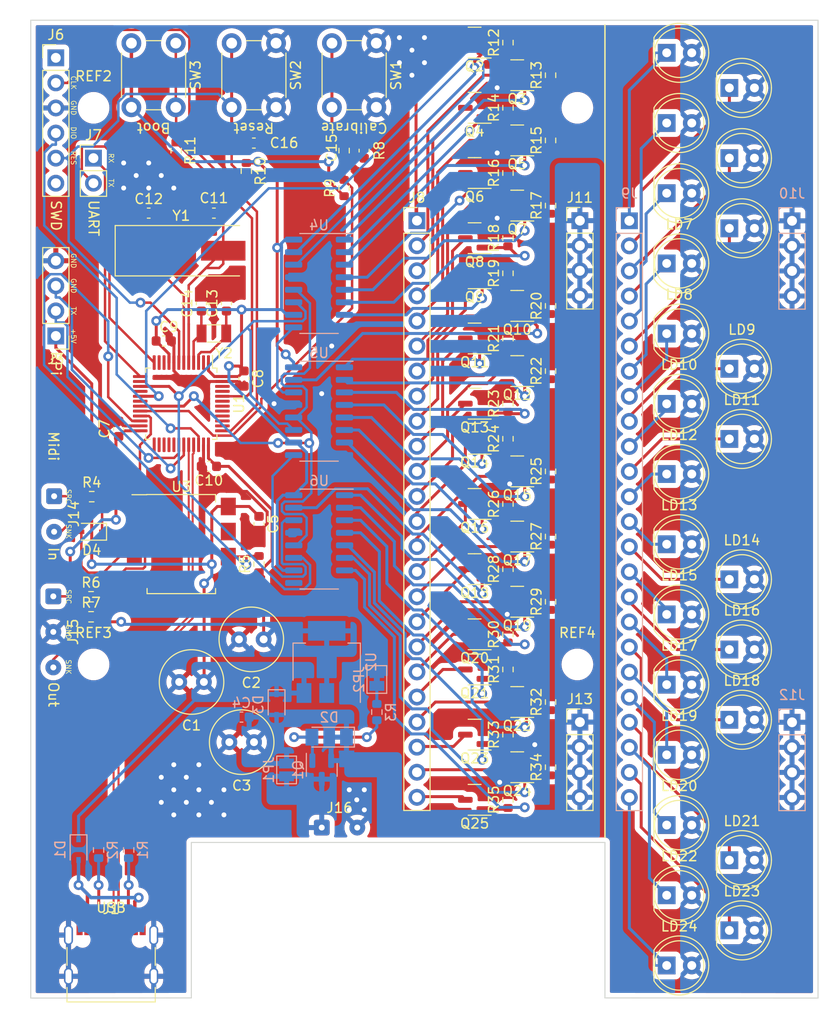
<source format=kicad_pcb>
(kicad_pcb (version 20211014) (generator pcbnew)
  (layers (0 "F.Cu" signal) (31 "B.Cu" signal) (34 "B.Paste" user) (35 "F.Paste" user) (36 "B.SilkS" user "B.Silkscreen") (37 "F.SilkS" user "F.Silkscreen") (38 "B.Mask" user) (39 "F.Mask" user) (44 "Edge.Cuts" user))
  (net 0 "")
  (net 1 "+5V")
  (net 2 "GND")
  (net 3 "+3V3")
  (net 4 "+5VP")
  (net 5 "RCC_OSC_IN")
  (net 6 "RCC_OSC_OUT")
  (net 7 "USB_OSC_IN")
  (net 8 "USB_OSC_OUT")
  (net 9 "BTN_CAL")
  (net 10 "RESET")
  (net 11 "Net-(D4-Pad1)")
  (net 12 "Net-(J1-PadA5)")
  (net 13 "USB_D+")
  (net 14 "USB_D-")
  (net 15 "Net-(J1-PadB5)")
  (net 16 "RASPI_TX")
  (net 17 "RASPI_RX")
  (net 19 "SWCLK")
  (net 20 "SWDIO")
  (net 22 "DEBUG_RX")
  (net 23 "DEBUG_TX")
  (net 24 "/Diode Array/DO0")
  (net 25 "/Diode Array/DO1")
  (net 26 "/Diode Array/DO2")
  (net 27 "/Diode Array/DO3")
  (net 28 "/Diode Array/DO4")
  (net 29 "/Diode Array/DO5")
  (net 30 "/Diode Array/DO6")
  (net 31 "/Diode Array/DO7")
  (net 32 "/Diode Array/DO8")
  (net 33 "/Diode Array/DO9")
  (net 34 "/Diode Array/DO10")
  (net 35 "/Diode Array/DO11")
  (net 36 "/Diode Array/DO12")
  (net 37 "/Diode Array/DO13")
  (net 38 "/Diode Array/DO14")
  (net 39 "/Diode Array/DO15")
  (net 40 "/Diode Array/DO16")
  (net 41 "/Diode Array/DO17")
  (net 42 "/Diode Array/DO18")
  (net 43 "/Diode Array/DO19")
  (net 44 "/Diode Array/DO20")
  (net 45 "/Diode Array/DO21")
  (net 46 "/Diode Array/DO22")
  (net 47 "/Diode Array/DO23")
  (net 48 "Net-(J9-Pad1)")
  (net 49 "Net-(J9-Pad2)")
  (net 50 "Net-(J9-Pad3)")
  (net 51 "Net-(J9-Pad4)")
  (net 52 "Net-(J9-Pad5)")
  (net 53 "Net-(J9-Pad6)")
  (net 54 "Net-(J9-Pad7)")
  (net 55 "Net-(J9-Pad8)")
  (net 56 "Net-(J9-Pad9)")
  (net 57 "Net-(J9-Pad10)")
  (net 58 "Net-(J9-Pad11)")
  (net 59 "Net-(J9-Pad12)")
  (net 60 "Net-(J9-Pad13)")
  (net 61 "Net-(J9-Pad14)")
  (net 62 "Net-(J9-Pad15)")
  (net 63 "Net-(J9-Pad16)")
  (net 64 "Net-(J9-Pad17)")
  (net 65 "Net-(J9-Pad18)")
  (net 66 "Net-(J9-Pad19)")
  (net 67 "Net-(J9-Pad20)")
  (net 68 "Net-(J9-Pad21)")
  (net 69 "Net-(J9-Pad22)")
  (net 70 "Net-(J9-Pad23)")
  (net 71 "Net-(J9-Pad24)")
  (net 72 "/DAR_DI0")
  (net 73 "/DAR_DI1")
  (net 74 "/DAR_DI2")
  (net 75 "/DAR_DI3")
  (net 76 "/DAR_DI4")
  (net 77 "/DAR_DI5")
  (net 78 "/DAR_DI6")
  (net 79 "/DAR_DI7")
  (net 80 "/DAR_DI8")
  (net 81 "/DAR_DI9")
  (net 82 "/DAR_DI10")
  (net 83 "/DAR_DI11")
  (net 84 "/DAR_DI12")
  (net 85 "/DAR_DI13")
  (net 86 "/DAR_DI14")
  (net 87 "/DAR_DI15")
  (net 88 "/DAR_DI16")
  (net 89 "/DAR_DI17")
  (net 90 "/DAR_DI18")
  (net 91 "/DAR_DI19")
  (net 92 "/DAR_DI20")
  (net 93 "/DAR_DI21")
  (net 94 "/DAR_DI22")
  (net 95 "/DAR_DI23")
  (net 96 "MIDI_RX")
  (net 97 "MIDI_TX")
  (net 98 "Net-(R8-Pad1)")
  (net 99 "BOOT0")
  (net 104 "SR_CLK")
  (net 106 "SR_DS0")
  (net 108 "SR_LATCH")
  (net 124 "Net-(U4-Pad9)")
  (net 125 "Net-(U5-Pad9)")
  (net 128 "/MIDI_IN_SNK")
  (net 129 "/MIDI_IN_SRC")
  (net 130 "/MIDI_OUT_SRC")
  (net 131 "/MIDI_OUT_SNK")
  (net 132 "Net-(D2-Pad2)")
  (net 133 "/VIN")
  (net 134 "Net-(R3-Pad2)")
  (net 137 "/Diode Array/DAR_PWR")
  (net 138 "/USB_PWR")
  (footprint "Package_TO_SOT_SMD:SOT-23" (layer "F.Cu") (at 158.5105 110.9813 180)
    (fp_text reference "Q19")
    (fp_text value "2N7002")
  )
  (footprint "LED_THT:LED_D5.0mm" (layer "F.Cu") (at 180.0075 58.928)
    (fp_text reference "LD2" hide)
    (fp_text value "Laser_Diode" hide)
  )
  (footprint "LED_THT:LED_D5.0mm" (layer "F.Cu") (at 173.6575 83.82)
    (fp_text reference "LD8")
    (fp_text value "Laser_Diode")
  )
  (footprint "Package_TO_SOT_SMD:SOT-23" (layer "F.Cu") (at 154.1925 124.4433 180)
    (fp_text reference "Q23")
    (fp_text value "2N7002")
  )
  (footprint "Connector_PinHeader_2.54mm:PinHeader_1x06_P2.54mm_Vertical" (layer "F.Cu") (at 111.76 55.88)
    (fp_text reference "J6")
    (fp_text value "SWD")
  )
  (footprint "Package_TO_SOT_SMD:SOT-23" (layer "F.Cu") (at 154.1925 60.9433 180)
    (fp_text reference "Q4")
    (fp_text value "2N7002")
  )
  (footprint "Capacitor_SMD:C_0603_1608Metric" (layer "F.Cu") (at 127.2685 97.2653 180)
    (fp_text reference "C10")
    (fp_text value "100n")
  )
  (footprint "LED_THT:LED_D5.0mm" (layer "F.Cu") (at 173.6575 126.492)
    (fp_text reference "LD19")
    (fp_text value "Laser_Diode")
  )
  (footprint "Package_TO_SOT_SMD:SOT-23" (layer "F.Cu") (at 158.5105 70.8493 180)
    (fp_text reference "Q7")
    (fp_text value "2N7002")
  )
  (footprint "LED_THT:LED_D5.0mm" (layer "F.Cu") (at 173.6575 133.604)
    (fp_text reference "LD20")
    (fp_text value "Laser_Diode")
  )
  (footprint "LED_THT:LED_D5.0mm" (layer "F.Cu") (at 180.0075 87.376)
    (fp_text reference "LD9")
    (fp_text value "Laser_Diode")
  )
  (footprint "Resistor_SMD:R_0603_1608Metric" (layer "F.Cu") (at 157.573 114.2833 90)
    (fp_text reference "R30")
    (fp_text value "10k")
  )
  (footprint "Package_TO_SOT_SMD:SOT-23" (layer "F.Cu") (at 154.1925 94.4713 180)
    (fp_text reference "Q14")
    (fp_text value "2N7002")
  )
  (footprint "Resistor_SMD:R_0603_1608Metric" (layer "F.Cu") (at 140.97 69.0713 90)
    (fp_text reference "R9")
    (fp_text value "10k")
  )
  (footprint "Package_TO_SOT_SMD:SOT-23" (layer "F.Cu") (at 158.5105 87.6133 180)
    (fp_text reference "Q12")
    (fp_text value "2N7002")
  )
  (footprint "Package_TO_SOT_SMD:SOT-23" (layer "F.Cu") (at 158.5105 127.7453 180)
    (fp_text reference "Q24")
    (fp_text value "2N7002")
  )
  (footprint "Resistor_SMD:R_0603_1608Metric" (layer "F.Cu") (at 157.573 117.8393 90)
    (fp_text reference "R31")
    (fp_text value "10k")
  )
  (footprint "Package_QFP:LQFP-48_7x7mm_P0.5mm" (layer "F.Cu") (at 124.4745 90.9153 -90)
    (fp_text reference "U1")
    (fp_text value "STM32F103C8T6")
  )
  (footprint "Connector_PinHeader_2.54mm:PinHeader_1x04_P2.54mm_Vertical" (layer "F.Cu") (at 164.8605 72.3733)
    (fp_text reference "J11")
    (fp_text value "BRD_AN1")
  )
  (footprint "Resistor_SMD:R_0603_1608Metric" (layer "F.Cu") (at 161.891 64.2453 90)
    (fp_text reference "R15")
    (fp_text value "10k")
  )
  (footprint "Resistor_SMD:R_0603_1608Metric" (layer "F.Cu") (at 157.573 77.7073 90)
    (fp_text reference "R19")
    (fp_text value "10k")
  )
  (footprint "Resistor_SMD:R_0603_1608Metric" (layer "F.Cu") (at 161.891 127.7452 90)
    (fp_text reference "R34")
    (fp_text value "10k")
  )
  (footprint "LED_THT:LED_D5.0mm" (layer "F.Cu") (at 180.0075 108.712)
    (fp_text reference "LD14")
    (fp_text value "Laser_Diode")
  )
  (footprint "LED_THT:LED_D5.0mm" (layer "F.Cu") (at 180.0075 94.488)
    (fp_text reference "LD11")
    (fp_text value "Laser_Diode")
  )
  (footprint "Package_TO_SOT_SMD:SOT-23" (layer "F.Cu") (at 158.5105 104.3773 180)
    (fp_text reference "Q17")
    (fp_text value "2N7002")
  )
  (footprint "LED_THT:LED_D5.0mm" (layer "F.Cu") (at 180.0075 144.272)
    (fp_text reference "LD23")
    (fp_text value "Laser_Diode")
  )
  (footprint "Resistor_SMD:R_0603_1608Metric" (layer "F.Cu") (at 157.573 84.3113 90)
    (fp_text reference "R21")
    (fp_text value "10k")
  )
  (footprint "LED_THT:LED_D5.0mm" (layer "F.Cu") (at 180.0075 73.152)
    (fp_text reference "LD6" hide)
    (fp_text value "Laser_Diode" hide)
  )
  (footprint "Package_TO_SOT_SMD:SOT-23" (layer "F.Cu") (at 154.1925 114.2833 180)
    (fp_text reference "Q20")
    (fp_text value "2N7002")
  )
  (footprint "Connector_PinHeader_2.54mm:PinHeader_1x04_P2.54mm_Vertical" (layer "F.Cu") (at 164.8605 123.1733)
    (fp_text reference "J13")
    (fp_text value "BRD_AN2")
  )
  (footprint "LED_THT:LED_D5.0mm" (layer "F.Cu") (at 180.0075 115.824)
    (fp_text reference "LD16")
    (fp_text value "Laser_Diode")
  )
  (footprint "MountingHole:MountingHole_2.2mm_M2" (layer "F.Cu") (at 115.5845 117.331258)
    (fp_text reference "REF3")
    (fp_text value "MountingHole_2.2mm_M2")
  )
  (footprint "LED_THT:LED_D5.0mm" (layer "F.Cu") (at 173.6575 119.38)
    (fp_text reference "LD17")
    (fp_text value "Laser_Diode")
  )
  (footprint "Resistor_SMD:R_0603_1608Metric" (layer "F.Cu") (at 157.573 74.1513 90)
    (fp_text reference "R18")
    (fp_text value "10k")
  )
  (footprint "Capacitor_SMD:C_0603_1608Metric" (layer "F.Cu") (at 121.1725 71.6113)
    (fp_text reference "C12")
    (fp_text value "10p")
  )
  (footprint "Resistor_SMD:R_0603_1608Metric" (layer "F.Cu") (at 157.573 67.5473 90)
    (fp_text reference "R16")
    (fp_text value "10k")
  )
  (footprint "Package_TO_SOT_SMD:SOT-23" (layer "F.Cu") (at 154.1925 90.9153 180)
    (fp_text reference "Q13")
    (fp_text value "2N7002")
  )
  (footprint "Connector_USB:USB_C_Receptacle_Palconn_UTC16-G" (layer "F.Cu") (at 117.3625 146.6823)
    (fp_text reference "J1")
    (fp_text value "USB_C_Receptacle_USB2.0")
  )
  (footprint "Capacitor_SMD:C_0603_1608Metric" (layer "F.Cu") (at 122.6965 84.565258)
    (fp_text reference "C9")
    (fp_text value "100n")
  )
  (footprint "Capacitor_SMD:C_0603_1608Metric" (layer "F.Cu") (at 126.5065 80.7553 90)
    (fp_text reference "C14")
    (fp_text value "10p")
  )
  (footprint "Resistor_SMD:R_0603_1608Metric" (layer "F.Cu") (at 157.573 54.3393 90)
    (fp_text reference "R12")
    (fp_text value "10k")
  )
  (footprint "Package_TO_SOT_SMD:SOT-23" (layer "F.Cu") (at 154.1925 84.3113 180)
    (fp_text reference "Q11")
    (fp_text value "2N7002")
  )
  (footprint "LED_THT:LED_D5.0mm" (layer "F.Cu") (at 173.6575 98.044)
    (fp_text reference "LD12")
    (fp_text value "Laser_Diode")
  )
  (footprint "Package_TO_SOT_SMD:SOT-23" (layer "F.Cu") (at 154.1925 101.0753 180)
    (fp_text reference "Q16")
    (fp_text value "2N7002")
  )
  (footprint "LED_THT:LED_D5.0mm" (layer "F.Cu") (at 173.6575 147.828)
    (fp_text reference "LD24")
    (fp_text value "Laser_Diode")
  )
  (footprint "Package_TO_SOT_SMD:SOT-23" (layer "F.Cu") (at 154.1925 117.8393 180)
    (fp_text reference "Q21")
    (fp_text value "2N7002")
  )
  (footprint "Package_TO_SOT_SMD:SOT-23" (layer "F.Cu") (at 154.1925 54.3393 180)
    (fp_text reference "Q2")
    (fp_text value "2N7002")
  )
  (footprint "Button_Switch_THT:SW_PUSH_6mm" (layer "F.Cu") (at 123.916 54.3913 -90)
    (fp_text reference "SW3")
    (fp_text value "Boot" hide)
  )
  (footprint "Button_Switch_THT:SW_PUSH_6mm" (layer "F.Cu") (at 144.236 54.3913 -90)
    (fp_text reference "SW1")
    (fp_text value "Cal" hide)
  )
  (footprint "Capacitor_SMD:C_0603_1608Metric" (layer "F.Cu") (at 118.1245 93.4553 90)
    (fp_text reference "C7")
    (fp_text value "100n")
  )
  (footprint "Resistor_SMD:R_0603_1608Metric" (layer "F.Cu") (at 161.891 70.8493 90)
    (fp_text reference "R17")
    (fp_text value "10k")
  )
  (footprint "Resistor_SMD:R_0603_1608Metric" (layer "F.Cu") (at 161.891 87.6133 90)
    (fp_text reference "R22")
    (fp_text value "10k")
  )
  (footprint "Capacitor_THT:C_Radial_D6.3mm_H5.0mm_P2.50mm" (layer "F.Cu") (at 131.8405 125.2053 180)
    (fp_text reference "C3")
    (fp_text value "10u")
  )
  (footprint "Resistor_SMD:R_0603_1608Metric" (layer "F.Cu") (at 157.573 131.0472 90)
    (fp_text reference "R35")
    (fp_text value "10k")
  )
  (footprint "Capacitor_SMD:C_0603_1608Metric" (layer "F.Cu") (at 129.0465 80.7553 90)
    (fp_text reference "C13")
    (fp_text value "10p")
  )
  (footprint "Capacitor_THT:C_Radial_D6.3mm_H5.0mm_P2.50mm" (layer "F.Cu") (at 132.8165 114.7913 180)
    (fp_text reference "C2")
    (fp_text value "22u")
  )
  (footprint "MountingHole:MountingHole_2.2mm_M2" (layer "F.Cu") (at 115.5845 60.943258)
    (fp_text reference "REF2")
    (fp_text value "MountingHole_2.2mm_M2")
  )
  (footprint "Capacitor_SMD:C_0603_1608Metric" (layer "F.Cu") (at 131.826 64.516)
    (fp_text reference "C16")
    (fp_text value "100n")
  )
  (footprint "LED_THT:LED_D5.0mm" (layer "F.Cu") (at 173.6575 62.484)
    (fp_text reference "LD3" hide)
    (fp_text value "Laser_Diode" hide)
  )
  (footprint "Capacitor_THT:C_Radial_D6.3mm_H5.0mm_P2.50mm" (layer "F.Cu") (at 126.7605 119.1093 180)
    (fp_text reference "C1")
    (fp_text value "22u")
  )
  (footprint "Package_TO_SOT_SMD:SOT-23" (layer "F.Cu") (at 158.5105 97.7733 180)
    (fp_text reference "Q15")
    (fp_text value "2N7002")
  )
  (footprint "Resistor_SMD:R_0603_1608Metric" (layer "F.Cu") (at 157.573 60.9433 90)
    (fp_text reference "R14")
    (fp_text value "10k")
  )
  (footprint "Package_TO_SOT_SMD:SOT-23" (layer "F.Cu") (at 158.5105 57.6413 180)
    (fp_text reference "Q3")
    (fp_text value "2N7002")
  )
  (footprint "Resistor_SMD:R_0603_1608Metric" (layer "F.Cu") (at 115.3305 112.5053)
    (fp_text reference "R7")
    (fp_text value "47")
  )
  (footprint "Connector_PinHeader_2.54mm:PinHeader_1x24_P2.54mm_Vertical" (layer "F.Cu") (at 148.3505 72.3733)
    (fp_text reference "J8")
    (fp_text value "BRD_CAT")
  )
  (footprint "Package_TO_SOT_SMD:SOT-23" (layer "F.Cu") (at 158.5105 81.0093 180)
    (fp_text reference "Q10")
    (fp_text value "2N7002")
  )
  (footprint "MountingHole:MountingHole_2.2mm_M2" (layer "F.Cu") (at 164.6065 60.943258)
    (fp_text reference "REF1" hide)
    (fp_text value "MountingHole_2.2mm_M2" hide)
  )
  (footprint "Resistor_SMD:R_0603_1608Metric" (layer "F.Cu") (at 161.891 81.0093 90)
    (fp_text reference "R20")
    (fp_text value "10k")
  )
  (footprint "Resistor_SMD:R_0603_1608Metric" (layer "F.Cu") (at 161.891 104.3773 90)
    (fp_text reference "R27")
    (fp_text value "10k")
  )
  (footprint "Package_TO_SOT_SMD:SOT-23" (layer "F.Cu") (at 154.1925 131.0473 180)
    (fp_text reference "Q25")
    (fp_text value "2N7002")
  )
  (footprint "MountingHole:MountingHole_2.2mm_M2" (layer "F.Cu") (at 164.6065 117.331258)
    (fp_text reference "REF4")
    (fp_text value "MountingHole_2.2mm_M2")
  )
  (footprint "Capacitor_SMD:C_0603_1608Metric" (layer "F.Cu") (at 130.8245 88.3753 -90)
    (fp_text reference "C8")
    (fp_text value "100n")
  )
  (footprint "Resistor_SMD:R_0603_1608Metric" (layer "F.Cu") (at 157.573 90.9153 90)
    (fp_text reference "R23")
    (fp_text value "10k")
  )
  (footprint "Crystal:Crystal_SMD_HC49-SD" (layer "F.Cu") (at 124.4745 75.4213)
    (fp_text reference "Y1")
    (fp_text value "8 MHz")
  )
  (footprint "Connector_PinHeader_2.54mm:PinHeader_1x02_P2.54mm_Vertical" (layer "F.Cu") (at 115.57 66.04)
    (fp_text reference "J7")
    (fp_text value "UART")
  )
  (footprint "LED_THT:LED_D5.0mm" (layer "F.Cu") (at 173.6575 76.708)
    (fp_text reference "LD7")
    (fp_text value "Laser_Diode")
  )
  (footprint "Capacitor_SMD:C_0603_1608Metric" (layer "F.Cu") (at 127.7765 71.6113 180)
    (fp_text reference "C11")
    (fp_text value "10p")
  )
  (footprint "LED_THT:LED_D5.0mm" (layer "F.Cu") (at 180.0075 122.936)
    (fp_text reference "LD18")
    (fp_text value "Laser_Diode")
  )
  (footprint "Diode_SMD:D_SOD-323" (layer "F.Cu") (at 115.3965 103.8893 180)
    (fp_text reference "D4")
    (fp_text value "1N4148WS")
  )
  (footprint "Resistor_SMD:R_0603_1608Metric" (layer "F.Cu") (at 131.064 67.3563 -90)
    (fp_text reference "R10")
    (fp_text value "100k")
  )
  (footprint "Resistor_SMD:R_0603_1608Metric" (layer "F.Cu") (at 115.3305 110.4733)
    (fp_text reference "R6")
    (fp_text value "47")
  )
  (footprint "Package_SO:SSO-8_6.7x9.8mm_P2.54mm_Clearance8mm" (layer "F.Cu") (at 124.4745 105.1393)
    (fp_text reference "U3")
    (fp_text value "6N137")
  )
  (footprint "Resistor_SMD:R_0603_1608Metric" (layer "F.Cu") (at 157.573 124.4432 90)
    (fp_text reference "R33")
    (fp_text value "10k")
  )
  (footprint "LED_THT:LED_D5.0mm" (layer "F.Cu") (at 173.6575 90.932)
    (fp_text reference "LD10")
    (fp_text value "Laser_Diode")
  )
  (footprint "Resistor_SMD:R_0603_1608Metric" (layer "F.Cu") (at 115.3965 100.3333)
    (fp_text reference "R4")
    (fp_text value "220")
  )
  (footprint "Resistor_SMD:R_0603_1608Metric" (layer "F.Cu") (at 132.3485 107.1713 90)
    (fp_text reference "R5")
    (fp_text value "470")
  )
  (footprint "Package_TO_SOT_SMD:SOT-23" (layer "F.Cu") (at 154.1925 77.7073 180)
    (fp_text reference "Q9")
    (fp_text value "2N7002")
  )
  (footprint "Connector_Wire:SolderWire-0.1sqmm_1x02_P3.6mm_D0.4mm_OD1mm" (layer "F.Cu") (at 138.704 133.858)
    (fp_text reference "J16")
    (fp_text value "Power")
  )
  (footprint "LED_THT:LED_D5.0mm" (layer "F.Cu") (at 173.6575 69.596)
    (fp_text reference "LD5" hide)
    (fp_text value "Laser_Diode" hide)
  )
  (footprint "Resistor_SMD:R_0603_1608Metric" (layer "F.Cu") (at 157.573 101.0753 90)
    (fp_text reference "R26")
    (fp_text value "10k")
  )
  (footprint "Resistor_SMD:R_0603_1608Metric" (layer "F.Cu") (at 161.891 121.1412 90)
    (fp_text reference "R32")
    (fp_text value "10k")
  )
  (footprint "Crystal:Crystal_SMD_3215-2Pin_3.2x1.5mm" (layer "F.Cu") (at 127.7765 83.8033 180)
    (fp_text reference "Y2")
    (fp_text value "32.768 KHz")
  )
  (footprint "Connector_Wire:SolderWire-0.1sqmm_1x02_P3.6mm_D0.4mm_OD1mm" (layer "F.Cu") (at 111.5865 100.2893 -90)
    (fp_text reference "J14")
    (fp_text value "Midi_In")
  )
  (footprint "Button_Switch_THT:SW_PUSH_6mm" (layer "F.Cu") (at 134.076 54.3913 -90)
    (fp_text reference "SW2")
    (fp_text value "Reset" hide)
  )
  (footprint "Capacitor_SMD:C_0603_1608Metric" (layer "F.Cu") (at 132.3485 103.1073 -90)
    (fp_text reference "C5")
    (fp_text value "100n")
  )
  (footprint "LED_THT:LED_D5.0mm" (layer "F.Cu") (at 173.6575 112.268)
    (fp_text reference "LD15")
    (fp_text value "Laser_Diode")
  )
  (footprint "Capacitor_SMD:C_0603_1608Metric" (layer "F.Cu") (at 143.002 65.278 90)
    (fp_text reference "C15")
    (fp_text value "100n")
  )
  (footprint "Resistor_SMD:R_0603_1608Metric" (layer "F.Cu") (at 140.97 65.278 -90)
    (fp_text reference "R8")
    (fp_text value "1k")
  )
  (footprint "LED_THT:LED_D5.0mm" (layer "F.Cu") (at 173.6575 140.716)
    (fp_text reference "LD22")
    (fp_text value "Laser_Diode")
  )
  (footprint "Resistor_SMD:R_0603_1608Metric" (layer "F.Cu") (at 161.891 97.7733 90)
    (fp_text reference "R25")
    (fp_text value "10k")
  )
  (footprint "Resistor_SMD:R_0603_1608Metric" (layer "F.Cu") (at 157.573 107.6793 90)
    (fp_text reference "R28")
    (fp_text value "10k")
  )
  (footprint "Resistor_SMD:R_0603_1608Metric" (layer "F.Cu") (at 161.891 110.9813 90)
    (fp_text reference "R29")
    (fp_text value "10k")
  )
  (footprint "LED_THT:LED_D5.0mm" (layer "F.Cu") (at 173.6575 105.156)
    (fp_text reference "LD13")
    (fp_text value "Laser_Diode")
  )
  (footprint "Package_TO_SOT_SMD:SOT-23" (layer "F.Cu") (at 158.5105 121.1413 180)
    (fp_text reference "Q22")
    (fp_text value "2N7002")
  )
  (footprint "LED_THT:LED_D5.0mm" (layer "F.Cu") (at 173.6575 55.372)
    (fp_text reference "LD1" hide)
    (fp_text value "Laser_Diode" hide)
  )
  (footprint "Package_TO_SOT_SMD:SOT-23" (layer "F.Cu") (at 154.1925 67.5473 180)
    (fp_text reference "Q6")
    (fp_text value "2N7002")
  )
  (footprint "Package_TO_SOT_SMD:SOT-23" (layer "F.Cu") (at 158.5105 64.2453 180)
    (fp_text reference "Q5")
    (fp_text value "2N7002")
  )
  (footprint "Connector_Wire:SolderWire-0.1sqmm_1x03_P3.6mm_D0.4mm_OD1mm" (layer "F.Cu") (at 111.5038 110.4348 -90)
    (fp_text reference "J15")
    (fp_text value "Midi_Out")
  )
  (footprint "LED_THT:LED_D5.0mm" (layer "F.Cu") (at 180.0075 66.04)
    (fp_text reference "LD4" hide)
    (fp_text value "Laser_Diode" hide)
  )
  (footprint "Resistor_SMD:R_0603_1608Metric" (layer "F.Cu") (at 157.573 94.4713 90)
    (fp_text reference "R24")
    (fp_text value "10k")
  )
  (footprint "Resistor_SMD:R_0603_1608Metric" (layer "F.Cu") (at 123.952 65.278 -90)
    (fp_text reference "R11")
    (fp_text value "100k")
  )
  (footprint "Resistor_SMD:R_0603_1608Metric" (layer "F.Cu") (at 161.891 57.6413 90)
    (fp_text reference "R13")
    (fp_text value "10k")
  )
  (footprint "Package_TO_SOT_SMD:SOT-23" (layer "F.Cu") (at 154.1925 74.1513 180)
    (fp_text reference "Q8")
    (fp_text value "2N7002")
  )
  (footprint "Connector_PinHeader_2.54mm:PinHeader_1x04_P2.54mm_Vertical" (layer "F.Cu") (at 111.76 84.0573 180)
    (fp_text reference "J3")
    (fp_text value "Raspi")
  )
  (footprint "Package_TO_SOT_SMD:SOT-23" (layer "F.Cu") (at 154.1925 107.6793 180)
    (fp_text reference "Q18")
    (fp_text value "2N7002")
  )
  (footprint "LED_THT:LED_D5.0mm" (layer "F.Cu") (at 180.0075 137.16)
    (fp_text reference "LD21")
    (fp_text value "Laser_Diode")
  )
  (footprint "Connector_PinSocket_2.54mm:PinSocket_1x04_P2.54mm_Vertical" (layer "B.Cu") (at 186.3575 123.19 180)
    (fp_text reference "J12")
    (fp_text value "DAR_AN2")
  )
  (footprint "Resistor_SMD:R_0603_1608Metric" (layer "B.Cu") (at 144.2865 122.1573 90)
    (fp_text reference "R3")
    (fp_text value "100k")
  )
  (footprint "Resistor_SMD:R_0603_1608Metric" (layer "B.Cu") (at 116.0925 136.1273 90)
    (fp_text reference "R2")
    (fp_text value "5.1k")
  )
  (footprint "Diode_SMD:D_SOD-323" (layer "B.Cu") (at 134.1265 121.3953 -90)
    (fp_text reference "D3")
    (fp_text value "1N5819")
  )
  (footprint "Jumper:SolderJumper-2_P1.3mm_Open_Pad1.0x1.5mm" (layer "B.Cu") (at 135.1425 128.016 -90)
    (fp_text reference "JP1")
    (fp_text value "Bridge")
  )
  (footprint "Package_SO:SO-16_3.9x9.9mm_P1.27mm" (layer "B.Cu") (at 138.43 78.74 180)
    (fp_text reference "U4")
    (fp_text value "74HC595")
  )
  (footprint "Package_SO:SO-16_3.9x9.9mm_P1.27mm" (layer "B.Cu") (at 138.4445 104.6313 180)
    (fp_text reference "U6")
    (fp_text value "74HC595")
  )
  (footprint "Connector_PinSocket_2.54mm:PinSocket_1x04_P2.54mm_Vertical" (layer "B.Cu") (at 186.3575 72.39 180)
    (fp_text reference "J10")
    (fp_text value "DAR_AN1")
  )
  (footprint "Resistor_SMD:R_0603_1608Metric" (layer "B.Cu") (at 119.1405 136.1273 90)
    (fp_text reference "R1")
    (fp_text value "5.1k")
  )
  (footprint "Package_SO:SO-16_3.9x9.9mm_P1.27mm" (layer "B.Cu") (at 138.43 91.6773 180)
    (fp_text reference "U5")
    (fp_text value "74HC595")
  )
  (footprint "Diode_SMD:D_MiniMELF" (layer "B.Cu") (at 139.4605 124.6973 180)
    (fp_text reference "D2")
    (fp_text value "ZMM5V6")
  )
  (footprint "Diode_SMD:D_SOD-323" (layer "B.Cu") (at 114.0605 136.0933 -90)
    (fp_text reference "D1")
    (fp_text value "1N5819")
  )
  (footprint "Jumper:SolderJumper-2_P1.3mm_Bridged_Pad1.0x1.5mm" (layer "B.Cu") (at 144.2865 118.8553 -90)
    (fp_text reference "JP2")
    (fp_text value "Bridge")
  )
  (footprint "Package_TO_SOT_SMD:SOT-23" (layer "B.Cu") (at 138.704 128.016 -90)
    (fp_text reference "Q1")
    (fp_text value "AO3401A")
  )
  (footprint "Connector_PinSocket_2.54mm:PinSocket_1x24_P2.54mm_Vertical" (layer "B.Cu") (at 169.8725 72.39 180)
    (fp_text reference "J9")
    (fp_text value "DAR_CAT")
  )
  (footprint "Capacitor_SMD:C_0603_1608Metric" (layer "B.Cu") (at 130.5705 122.6653 180)
    (fp_text reference "C4")
    (fp_text value "100n")
  )
  (footprint "Package_TO_SOT_SMD:SOT-223-3_TabPin2" (layer "B.Cu") (at 139.2065 117.0773 90)
    (fp_text reference "U2")
    (fp_text value "AMS1117-3.3")
  )
  (gr_line (start 167.4005 134.857258) (end 167.4005 52.561258) (layer "F.SilkS") (width 0.15))
  (gr_line (start 125.4905 135.365258) (end 167.4005 135.365258) (layer "Edge.Cuts") (width 0.1))
  (gr_line (start 125.4905 151.113258) (end 109.22 151.13) (layer "Edge.Cuts") (width 0.1))
  (gr_line (start 188.9905 52.07) (end 109.22 52.07) (layer "Edge.Cuts") (width 0.1))
  (gr_line (start 125.4905 151.113258) (end 125.4905 135.365258) (layer "Edge.Cuts") (width 0.1))
  (gr_line (start 188.9905 52.07) (end 188.9905 151.13) (layer "Edge.Cuts") (width 0.1))
  (gr_line (start 167.4005 135.365258) (end 167.4005 151.113258) (layer "Edge.Cuts") (width 0.1))
  (gr_line (start 109.22 52.07) (end 109.22 151.13) (layer "Edge.Cuts") (width 0.1))
  (gr_line (start 167.4005 151.113258) (end 188.9905 151.13) (layer "Edge.Cuts") (width 0.1))
  (gr_text "CLK" (at 113.5525 58.403258 270) (layer "F.SilkS") (effects (font (size 0.5 0.5) (thickness 0.075))))
  (gr_text "SRC" (at 113.0445 110.473258 270) (layer "F.SilkS") (effects (font (size 0.5 0.5) (thickness 0.075))))
  (gr_text "TX" (at 117.3625 68.563258 270) (layer "F.SilkS") (effects (font (size 0.5 0.5) (thickness 0.075))))
  (gr_text "RX" (at 117.3625 66.04 270) (layer "F.SilkS") (effects (font (size 0.5 0.5) (thickness 0.075))))
  (gr_text "Calibrate" (at 141.986 62.975258 180) (layer "F.SilkS") (effects (font (size 1 1))))
  (gr_text "SWD" (at 111.7745 71.865258 270) (layer "F.SilkS") (effects (font (size 1 1))))
  (gr_text "SRC" (at 113.0445 100.313258 270) (layer "F.SilkS") (effects (font (size 0.5 0.5) (thickness 0.075))))
  (gr_text "Midi" (at 111.5205 95.233258 270) (layer "F.SilkS") (effects (font (size 1 1))))
  (gr_text "GND" (at 113.0445 114.029258 270) (layer "F.SilkS") (effects (font (size 0.5 0.5) (thickness 0.075))))
  (gr_text "SNK" (at 113.0445 117.585258 270) (layer "F.SilkS") (effects (font (size 0.5 0.5) (thickness 0.075))))
  (gr_text "Reset" (at 131.826 62.975258 180) (layer "F.SilkS") (effects (font (size 1 1))))
  (gr_text "RPi" (at 111.7745 86.851258 270) (layer "F.SilkS") (effects (font (size 1 1))))
  (gr_text "GND" (at 113.5525 78.977258 270) (layer "F.SilkS") (effects (font (size 0.5 0.5) (thickness 0.075))))
  (gr_text "UART" (at 115.5845 72.119258 270) (layer "F.SilkS") (effects (font (size 1 1))))
  (gr_text "Out" (at 111.5205 120.379258 270) (layer "F.SilkS") (effects (font (size 1 1))))
  (gr_text "GND" (at 113.5525 60.943258 270) (layer "F.SilkS") (effects (font (size 0.5 0.5) (thickness 0.075))))
  (gr_text "DIO" (at 113.5525 63.483258 270) (layer "F.SilkS") (effects (font (size 0.5 0.5) (thickness 0.075))))
  (gr_text "GND" (at 113.5525 76.437258 270) (layer "F.SilkS") (effects (font (size 0.5 0.5) (thickness 0.075))))
  (gr_text "USB" (at 117.3625 141.969258) (layer "F.SilkS") (effects (font (size 1 1))))
  (gr_text "+5V" (at 113.5525 84.057258 270) (layer "F.SilkS") (effects (font (size 0.5 0.5) (thickness 0.075))))
  (gr_text "SNK" (at 113.0445 103.869258 270) (layer "F.SilkS") (effects (font (size 0.5 0.5) (thickness 0.075))))
  (gr_text "TX" (at 113.5525 81.517258 270) (layer "F.SilkS") (effects (font (size 0.5 0.5) (thickness 0.075))))
  (gr_text "In" (at 111.5205 106.155258 270) (layer "F.SilkS") (effects (font (size 1 1))))
  (gr_text "Boot" (at 121.6805 62.975258 180) (layer "F.SilkS") (effects (font (size 1 1))))
  (gr_text "RES" (at 113.5525 66.023258 270) (layer "F.SilkS") (effects (font (size 0.5 0.5) (thickness 0.075))))
  (segment (start 129.2345 101.3293) (end 128.1242 101.3293) (width 0.3) (layer "F.Cu") (net 1))
  (segment (start 127.5633 101.8902) (end 128.1242 101.3293) (width 0.3) (layer "F.Cu") (net 1))
  (segment (start 111.76 84.0573) (end 111.76 85.2576) (width 0.3) (layer "F.Cu") (net 1))
  (segment (start 111.76 85.2576) (end 115.3965 88.8941) (width 0.3) (layer "F.Cu") (net 1))
  (segment (start 126.7831 119.0867) (end 126.7831 109.1293) (width 0.3) (layer "F.Cu") (net 1))
  (segment (start 126.7605 119.1093) (end 126.7831 119.0867) (width 0.3) (layer "F.Cu") (net 1))
  (segment (start 131.3455 101.3293) (end 129.2345 101.3293) (width 0.3) (layer "F.Cu") (net 1))
  (segment (start 115.3965 88.8941) (end 115.3965 107.175) (width 0.3) (layer "F.Cu") (net 1))
  (segment (start 132.3485 102.3323) (end 131.3455 101.3293) (width 0.3) (layer "F.Cu") (net 1))
  (segment (start 127.5633 107.175) (end 127.5633 101.8902) (width 0.3) (layer "F.Cu") (net 1))
  (via (at 115.3965 107.175) (size 1) (drill 0.5) (layers "F.Cu" "B.Cu") (net 1))
  (via (at 127.5633 107.175) (size 1) (drill 0.5) (layers "F.Cu" "B.Cu") (net 1))
  (via (at 126.7831 109.1293) (size 1) (drill 0.5) (layers "F.Cu" "B.Cu") (net 1))
  (segment (start 127.5633 108.3491) (end 127.5633 107.175) (width 0.3) (layer "B.Cu") (net 1))
  (segment (start 126.7831 109.1293) (end 127.5633 108.3491) (width 0.3) (layer "B.Cu") (net 1))
  (segment (start 114.0605 132.6988) (end 114.0605 135.0433) (width 0.3) (layer "B.Cu") (net 1))
  (segment (start 125.9874 120.7719) (end 114.0605 132.6988) (width 0.3) (layer "B.Cu") (net 1))
  (segment (start 127.5633 107.175) (end 115.3965 107.175) (width 0.3) (layer "B.Cu") (net 1))
  (segment (start 126.7245 95.0778) (end 126.7245 97.0343) (width 0.3) (layer "F.Cu") (net 2))
  (segment (start 129.033458 99.805258) (end 131.108951 99.805258) (width 0.3) (layer "F.Cu") (net 2))
  (segment (start 126.4935 97.2653) (end 129.033458 99.805258) (width 0.3) (layer "F.Cu") (net 2))
  (segment (start 128.637 88.6653) (end 124.799139 88.6653) (width 0.3) (layer "F.Cu") (net 2))
  (segment (start 133.17302 101.869327) (end 133.17302 103.05778) (width 0.3) (layer "F.Cu") (net 2))
  (segment (start 120.312 93.1653) (end 118.6095 93.1653) (width 0.3) (layer "F.Cu") (net 2))
  (segment (start 123.7245 86.7528) (end 123.7245 84.818258) (width 0.3) (layer "F.Cu") (net 2))
  (segment (start 131.108951 99.805258) (end 133.17302 101.869327) (width 0.3) (layer "F.Cu") (net 2))
  (segment (start 118.6095 93.1653) (end 118.1245 92.6803) (width 0.3) (layer "F.Cu") (net 2))
  (segment (start 123.7245 87.590661) (end 123.7245 86.7528) (width 0.3) (layer "F.Cu") (net 2))
  (segment (start 126.7245 97.0343) (end 126.4935 97.2653) (width 0.3) (layer "F.Cu") (net 2))
  (segment (start 123.7245 84.818258) (end 123.4715 84.565258) (width 0.3) (layer "F.Cu") (net 2))
  (segment (start 124.799139 88.6653) (end 123.7245 87.590661) (width 0.3) (layer "F.Cu") (net 2))
  (segment (start 133.17302 103.05778) (end 132.3485 103.8823) (width 0.3) (layer "F.Cu") (net 2))
  (segment (start 128.637 88.6653) (end 130.3395 88.6653) (width 0.3) (layer "F.Cu") (net 2))
  (segment (start 130.3395 88.6653) (end 130.8245 89.1503) (width 0.3) (layer "F.Cu") (net 2))
  (via (at 118.6325 69.071258) (size 1) (drill 0.5) (layers "F.Cu" "B.Cu") (net 2))
  (via (at 122.4425 67.801258) (size 1) (drill 0.5) (layers "F.Cu" "B.Cu") (net 2))
  (via (at 141.4925 132.063258) (size 1) (drill 0.5) (layers "F.Cu" "B.Cu") (net 2))
  (via (at 123.7125 132.571258) (size 1) (drill 0.5) (layers "F.Cu" "B.Cu") (net 2))
  (via (at 156.4785 58.911258) (size 1) (drill 0.5) (layers "F.Cu" "B.Cu") (net 2))
  (via (at 123.7125 127.491258) (size 1) (drill 0.5) (layers "F.Cu" "B.Cu") (net 2))
  (via (at 128.7925 132.571258) (size 1) (drill 0.5) (layers "F.Cu" "B.Cu") (net 2))
  (via (at 139.7145 85.073258) (size 1) (drill 0.5) (layers "F.Cu" "B.Cu") (net 2))
  (via (at 146.5725 53.831258) (size 1) (drill 0.5) (layers "F.Cu" "B.Cu") (net 2))
  (via (at 122.4425 128.761258) (size 1) (drill 0.5) (layers "F.Cu" "B.Cu") (net 2))
  (via (at 143.0165 130.031258) (size 1) (drill 0.5) (layers "F.Cu" "B.Cu") (net 2))
  (via (at 133.8725 90.915258) (size 1) (drill 0.5) (layers "F.Cu" "B.Cu") (net 2))
  (via (at 121.1725 66.531258) (size 1) (drill 0.5) (layers "F.Cu" "B.Cu") (net 2))
  (via (at 143.0165 132.063258) (size 1) (drill 0.5) (layers "F.Cu" "B.Cu") (net 2))
  (via (at 124.9825 131.301258) (size 1) (drill 0.5) (layers "F.Cu" "B.Cu") (net 2))
  (via (at 128.7925 130.031258) (size 1) (drill 0.5) (layers "F.Cu" "B.Cu") (net 2))
  (via (at 126.2525 130.031258) (size 1) (drill 0.5) (layers "F.Cu" "B.Cu") (net 2))
  (via (at 122.4425 131.301258) (size 1) (drill 0.5) (layers "F.Cu" "B.Cu") (net 2))
  (via (at 123.7125 130.031258) (size 1) (drill 0.5) (layers "F.Cu" "B.Cu") (net 2))
  (via (at 149.1125 53.831258) (size 1) (drill 0.5) (layers "F.Cu" "B.Cu") (net 2))
  (via (at 138.6985 89.899258) (size 1) (drill 0.5) (layers "F.Cu" "B.Cu") (net 2))
  (via (at 156.4785 65.515258) (size 1) (drill 0.5) (layers "F.Cu" "B.Cu") (net 2))
  (via (at 160.2885 125.459258) (size 1) (drill 0.5) (layers "F.Cu" "B.Cu") (net 2))
  (via (at 124.9825 128.761258) (size 1) (drill 0.5) (layers "F.Cu" "B.Cu") (net 2))
  (via (at 157.4945 112.251258) (size 1) (drill 0.5) (layers "F.Cu" "B.Cu") (net 2))
  (via (at 119.9025 67.801258) (size 1) (drill 0.5) (layers "F.Cu" "B.Cu") (net 2))
  (via (at 126.2525 132.571258) (size 1) (drill 0.5) (layers "F.Cu" "B.Cu") (net 2))
  (via (at 147.8425 57.641258) (size 1) (drill 0.5) (layers "F.Cu" "B.Cu") (net 2))
  (via (at 149.1125 56.371258) (size 1) (drill 0.5) (layers "F.Cu" "B.Cu") (net 2))
  (via (at 147.8425 55.101258) (size 1) (drill 0.5) (layers "F.Cu" "B.Cu") (net 2))
  (via (at 146.5725 56.371258) (size 1) (drill 0.5) (layers "F.Cu" "B.Cu") (net 2))
  (via (at 127.5225 131.301258) (size 1) (drill 0.5) (layers "F.Cu" "B.Cu") (net 2))
  (via (at 118.6325 66.531258) (size 1) (drill 0.5) (layers "F.Cu" "B.Cu") (net 2))
  (via (at 157.7485 99.043258) (size 1) (drill 0.5) (layers "F.Cu" "B.Cu") (net 2))
  (via (at 126.2525 127.491258) (size 1) (drill 0.5) (layers "F.Cu" "B.Cu") (net 2))
  (via (at 141.4925 130.031258) (size 1) (drill 0.5) (layers "F.Cu" "B.Cu") (net 2))
  (via (at 156.4785 72.119258) (size 1) (drill 0.5) (layers "F.Cu" "B.Cu") (net 2))
  (via (at 142.2545 131.047258) (size 1) (drill 0.5) (layers "F.Cu" "B.Cu") (net 2))
  (via (at 121.1725 69.071258) (size 1) (drill 0.5) (layers "F.Cu" "B.Cu") (net 2))
  (via (at 123.7125 69.071258) (size 1) (drill 0.5) (layers "F.Cu" "B.Cu") (net 2))
  (via (at 156.7325 129.269258) (size 1) (drill 0.5) (layers "F.Cu" "B.Cu") (net 2))
  (segment (start 128.0435 97.2653) (end 129.27542 97.2653) (width 0.3) (layer "F.Cu") (net 3))
  (segment (start 140.97 69.8963) (end 139.4105 68.3368) (width 0.3) (layer "F.Cu") (net 3))
  (segment (start 127.634 96.8558) (end 128.044 97.2653) (width 0.3) (layer "F.Cu") (net 3))
  (segment (start 116.663458 113.013258) (end 116.1555 112.5053) (width 0.3) (layer "F.Cu") (net 3))
  (segment (start 123.2245 86.7528) (end 123.2245 85.868258) (width 0.3) (layer "F.Cu") (net 3))
  (segment (start 118.3785 113.013258) (end 116.663458 113.013258) (width 0.3) (layer "F.Cu") (net 3))
  (segment (start 132.8165 108.4643) (end 132.3485 107.9963) (width 0.3) (layer "F.Cu") (net 3))
  (segment (start 127.2245 87.569258) (end 127.2245 86.7528) (width 0.3) (layer "F.Cu") (net 3))
  (segment (start 130.542 87.8828) (end 130.8245 87.6003) (width 0.3) (layer "F.Cu") (net 3))
  (segment (start 132.8165 114.7913) (end 132.8165 108.4643) (width 0.3) (layer "F.Cu") (net 3))
  (segment (start 130.33 87.1053) (end 129.3 87.1053) (width 0.3) (layer "F.Cu") (net 3))
  (segment (start 127.820542 88.1653) (end 127.2245 87.569258) (width 0.3) (layer "F.Cu") (net 3))
  (segment (start 129.27542 97.2653) (end 133.67254 101.66242) (width 0.3) (layer "F.Cu") (net 3))
  (segment (start 127.634 96.8558) (end 128.0435 97.2653) (width 0.3) (layer "F.Cu") (net 3))
  (segment (start 113.2165 107.3703) (end 115.4043 109.5581) (width 0.3) (layer "F.Cu") (net 3))
  (segment (start 139.4105 68.3368) (end 139.4105 66.3972) (width 0.3) (layer "F.Cu") (net 3))
  (segment (start 118.1245 94.2303) (end 118.1243 94.2301) (width 0.3) (layer "F.Cu") (net 3))
  (segment (start 131.064 66.5313) (end 132.1107 66.5313) (width 0.3) (layer "F.Cu") (net 3))
  (segment (start 120.312 93.6653) (end 118.69 93.6653) (width 0.3) (layer "F.Cu") (net 3))
  (segment (start 133.67254 101.66242) (end 133.67254 106.67226) (width 0.3) (layer "F.Cu") (net 3))
  (segment (start 130.824 87.6003) (end 130.577 87.3528) (width 0.3) (layer "F.Cu") (net 3))
  (segment (start 113.2165 105.901258) (end 113.2165 107.3703) (width 0.3) (layer "F.Cu") (net 3))
  (segment (start 128.637 88.1653) (end 130.26 88.1653) (width 0.3) (layer "F.Cu") (net 3))
  (segment (start 127.224 95.0778) (end 127.224 96.4463) (width 0.3) (layer "F.Cu") (net 3))
  (segment (start 127.224 96.4463) (end 127.634 96.8558) (width 0.3) (layer "F.Cu") (net 3))
  (segment (start 121.9345 82.533258) (end 121.9345 84.3243) (width 0.3) (layer "F.Cu") (net 3))
  (segment (start 134.1881 85.0595) (end 135.0499 85.9213) (width 0.3) (layer "F.Cu") (net 3))
  (segment (start 117.8505 102.6721) (end 117.8505 94.5038) (width 0.3) (layer "F.Cu") (net 3))
  (segment (start 130.577 87.3528) (end 130.33 87.1053) (width 0.3) (layer "F.Cu") (net 3))
  (segment (start 115.4043 111.7541) (end 116.1555 112.5053) (width 0.3) (layer "F.Cu") (net 3))
  (segment (start 130.542 87.8828) (end 130.824 87.6003) (width 0.3) (layer "F.Cu") (net 3))
  (segment (start 118.1243 94.2301) (end 118.124 94.2303) (width 0.3) (layer "F.Cu") (net 3))
  (segment (start 132.1107 66.5313) (end 132.2448 66.3972) (width 0.3) (layer "F.Cu") (net 3))
  (segment (start 130.26 88.1653) (end 130.542 87.8828) (width 0.3) (layer "F.Cu") (net 3))
  (segment (start 130.577 87.3528) (end 130.577 81.3846) (width 0.3) (layer "F.Cu") (net 3))
  (segment (start 133.67254 106.67226) (end 132.3485 107.9963) (width 0.3) (layer "F.Cu") (net 3))
  (segment (start 123.2245 85.868258) (end 121.9215 84.565258) (width 0.3) (layer "F.Cu") (net 3))
  (segment (start 134.1881 75.1118) (end 134.1881 85.0595) (width 0.3) (layer "F.Cu") (net 3))
  (segment (start 134.1881 68.3405) (end 134.1881 75.1118) (width 0.3) (layer "F.Cu") (net 3))
  (segment (start 119.416 54.3913) (end 119.416 60.8913) (width 0.35) (layer "F.Cu") (net 3))
  (segment (start 118.69 93.6653) (end 118.1243 94.2301) (width 0.3) (layer "F.Cu") (net 3))
  (segment (start 128.637 88.1653) (end 127.820542 88.1653) (width 0.3) (layer "F.Cu") (net 3))
  (segment (start 115.4043 109.5581) (end 115.4043 111.7541) (width 0.3) (layer "F.Cu") (net 3))
  (segment (start 132.2448 66.3972) (end 134.1881 68.3405) (width 0.3) (layer "F.Cu") (net 3))
  (segment (start 117.8505 94.5038) (end 118.124 94.2303) (width 0.3) (layer "F.Cu") (net 3))
  (via (at 134.1881 75.1118) (size 1) (drill 0.5) (layers "F.Cu" "B.Cu") (net 3))
  (via (at 135.0499 85.9213) (size 1) (drill 0.5) (layers "F.Cu" "B.Cu") (net 3))
  (via (at 113.2165 105.901258) (size 1) (drill 0.5) (layers "F.Cu" "B.Cu") (net 3))
  (via (at 118.3785 113.013258) (size 1) (drill 0.5) (layers "F.Cu" "B.Cu") (net 3))
  (via (at 132.2448 66.3972) (size 1) (drill 0.5) (layers "F.Cu" "B.Cu") (net 3))
  (via (at 130.577 81.3846) (size 1) (drill 0.5) (layers "F.Cu" "B.Cu") (net 3))
  (via (at 117.8505 102.6721) (size 1) (drill 0.5) (layers "F.Cu" "B.Cu") (net 3))
  (via (at 129.3 87.1053) (size 1) (drill 0.5) (layers "F.Cu" "B.Cu") (net 3))
  (via (at 139.4105 66.3972) (size 1) (drill 0.5) (layers "F.Cu" "B.Cu") (net 3))
  (via (at 121.9345 82.533258) (size 1) (drill 0.5) (layers "F.Cu" "B.Cu") (net 3))
  (segment (start 137.174 95.8603) (end 136.166 94.8523) (width 0.3) (layer "B.Cu") (net 3))
  (segment (start 123.083158 81.3846) (end 130.577 81.3846) (width 0.3) (layer "B.Cu") (net 3))
  (segment (start 121.9345 82.533258) (end 123.083158 81.3846) (width 0.3) (layer "B.Cu") (net 3))
  (segment (start 132.2448 66.3972) (end 139.4105 66.3972) (width 0.3) (layer "B.Cu") (net 3))
  (segment (start 134.63 75.1118) (end 134.1881 75.1118) (width 0.3) (layer "B.Cu") (net 3))
  (segment (start 116.445658 102.6721) (end 117.8505 102.6721) (width 0.3) (layer "B.Cu") (net 3))
  (segment (start 129.3 88.6092) (end 129.3 87.1053) (width 0.3) (layer "B.Cu") (net 3))
  (segment (start 135.8692 107.806) (end 135.8695 107.8063) (width 0.3) (layer "B.Cu") (net 3))
  (segment (start 135.855 86.7264) (end 135.0499 85.9213) (width 0.3) (layer "B.Cu") (net 3))
  (segment (start 134.999 74.295) (end 134.63 74.6633) (width 0.3) (layer "B.Cu") (net 3))
  (segment (start 135.8692 100.186) (end 135.8695 100.1863) (width 0.3) (layer "B.Cu") (net 3))
  (segment (start 134.63 81.3846) (end 135.161 81.915) (width 0.3) (layer "B.Cu") (net 3))
  (segment (start 135.544 94.8523) (end 129.3 88.6092) (width 0.3) (layer "B.Cu") (net 3))
  (segment (start 134.63 74.6633) (end 134.63 75.1118) (width 0.3) (layer "B.Cu") (net 3))
  (segment (start 134.762 107.806) (end 135.8692 107.806) (width 0.3) (layer "B.Cu") (net 3))
  (segment (start 134.63 81.3846) (end 130.577 81.3846) (width 0.3) (layer "B.Cu") (net 3))
  (segment (start 136.166 94.8523) (end 135.855 94.8523) (width 0.3) (layer "B.Cu") (net 3))
  (segment (start 137.174 98.8813) (end 137.174 95.8603) (width 0.3) (layer "B.Cu") (net 3))
  (segment (start 135.855 94.8523) (end 135.544 94.8523) (width 0.3) (layer "B.Cu") (net 3))
  (segment (start 134.63 75.1118) (end 134.63 81.3846) (width 0.3) (layer "B.Cu") (net 3))
  (segment (start 124.9219 66.3972) (end 132.2448 66.3972) (width 0.3) (layer "B.Cu") (net 3))
  (segment (start 118.6325 113.267258) (end 133.9396 113.267258) (width 0.3) (layer "B.Cu") (net 3))
  (segment (start 134.195 107.24) (end 134.195 100.752) (width 0.3) (layer "B.Cu") (net 3))
  (segment (start 113.2165 105.901258) (end 116.445658 102.6721) (width 0.3) (layer "B.Cu") (net 3))
  (segment (start 118.3785 113.013258) (end 118.6325 113.267258) (width 0.3) (layer "B.Cu") (net 3))
  (segment (start 135.8692 100.186) (end 135.87 100.186) (width 0.3) (layer "B.Cu") (net 3))
  (segment (start 134.762 100.186) (end 135.8692 100.186) (width 0.3) (layer "B.Cu") (net 3))
  (segment (start 135.855 87.2323) (end 135.855 86.7264) (width 0.3) (layer "B.Cu") (net 3))
  (segment (start 135.87 100.186) (end 137.174 98.8813) (width 0.3) (layer "B.Cu") (net 3))
  (segment (start 134.762 107.806) (end 134.195 107.24) (width 0.3) (layer "B.Cu") (net 3))
  (segment (start 135.161 81.915) (end 135.855 81.915) (width 0.3) (layer "B.Cu") (net 3))
  (segment (start 135.855 74.295) (end 134.999 74.295) (width 0.3) (layer "B.Cu") (net 3))
  (segment (start 119.416 60.8913) (end 124.9219 66.3972) (width 0.3) (layer "B.Cu") (net 3))
  (segment (start 134.195 100.752) (end 134.762 100.186) (width 0.3) (layer "B.Cu") (net 3))
  (segment (start 128.724 75.4213) (end 128.724 71.7843) (width 0.25) (layer "F.Cu") (net 5))
  (segment (start 125.2245 82.8375) (end 125.2245 86.7528) (width 0.25) (layer "F.Cu") (net 5))
  (segment (start 128.2998 77.1713) (end 128.7245 76.7466) (width 0.25) (layer "F.Cu") (net 5))
  (segment (start 125.224 78.9213) (end 126.974 77.1713) (width 0.25) (layer "F.Cu") (net 5))
  (segment (start 125.224 82.837) (end 125.224 78.9213) (width 0.25) (layer "F.Cu") (net 5))
  (segment (start 128.724 71.7843) (end 128.638 71.6978) (width 0.25) (layer "F.Cu") (net 5))
  (segment (start 128.638 71.6978) (end 128.5515 71.6113) (width 0.25) (layer "F.Cu") (net 5))
  (segment (start 125.224 82.837) (end 125.2245 82.8375) (width 0.25) (layer "F.Cu") (net 5))
  (segment (start 128.638 71.6978) (end 128.552 71.6113) (width 0.25) (layer "F.Cu") (net 5))
  (segment (start 125.224 86.7528) (end 125.224 82.837) (width 0.25) (layer "F.Cu") (net 5))
  (segment (start 126.974 77.1713) (end 128.2998 77.1713) (width 0.25) (layer "F.Cu") (net 5))
  (segment (start 126.974 77.1713) (end 128.724 75.4213) (width 0.25) (layer "F.Cu") (net 5))
  (segment (start 128.7245 75.4213) (end 128.7245 76.7466) (width 0.25) (layer "F.Cu") (net 5))
  (segment (start 120.311 71.6978) (end 120.3975 71.6113) (width 0.25) (layer "F.Cu") (net 6))
  (segment (start 124.7245 86.7528) (end 124.7245 79.9218) (width 0.25) (layer "F.Cu") (net 6))
  (segment (start 120.224 75.4213) (end 120.224 71.7843) (width 0.25) (layer "F.Cu") (net 6))
  (segment (start 120.2245 75.4213) (end 120.224 75.4213) (width 0.25) (layer "F.Cu") (net 6))
  (segment (start 124.7245 79.9218) (end 120.224 75.4213) (width 0.25) (layer "F.Cu") (net 6))
  (segment (start 120.311 71.6978) (end 120.398 71.6113) (width 0.25) (layer "F.Cu") (net 6))
  (segment (start 120.224 71.7843) (end 120.311 71.6978) (width 0.25) (layer "F.Cu") (net 6))
  (segment (start 129.026 82.8138) (end 129.026 81.5503) (width 0.25) (layer "F.Cu") (net 7))
  (segment (start 129.036 81.5403) (end 129.0365 81.5403) (width 0.25) (layer "F.Cu") (net 7))
  (segment (start 129.026 81.5503) (end 129.036 81.5403) (width 0.25) (layer "F.Cu") (net 7))
  (segment (start 129.036 81.5403) (end 129.046 81.5303) (width 0.25) (layer "F.Cu") (net 7))
  (segment (start 126.224 85.9503) (end 126.484 85.6907) (width 0.25) (layer "F.Cu") (net 7))
  (segment (start 126.224 86.3515) (end 126.224 85.9503) (width 0.25) (layer "F.Cu") (net 7))
  (segment (start 129.026 82.8138) (end 129.0265 82.8143) (width 0.25) (layer "F.Cu") (net 7))
  (segment (start 129.0365 81.5403) (end 129.0465 81.5303) (width 0.25) (layer "F.Cu") (net 7))
  (segment (start 126.484 85.6907) (end 127.413 85.6907) (width 0.25) (layer "F.Cu") (net 7))
  (segment (start 129.0265 82.8143) (end 129.0265 83.8033) (width 0.25) (layer "F.Cu") (net 7))
  (segment (start 127.413 85.6907) (end 129.026 84.0773) (width 0.25) (layer "F.Cu") (net 7))
  (segment (start 126.224 86.7528) (end 126.224 86.3515) (width 0.25) (layer "F.Cu") (net 7))
  (segment (start 126.2245 86.352) (end 126.2245 86.7528) (width 0.25) (layer "F.Cu") (net 7))
  (segment (start 129.026 84.0773) (end 129.026 82.8138) (width 0.25) (layer "F.Cu") (net 7))
  (segment (start 126.224 86.3515) (end 126.2245 86.352) (width 0.25) (layer "F.Cu") (net 7))
  (segment (start 126.5065 83.7833) (end 126.5265 83.8033) (width 0.25) (layer "F.Cu") (net 8))
  (segment (start 125.7245 84.6053) (end 126.5265 83.8033) (width 0.25) (layer "F.Cu") (net 8))
  (segment (start 126.5065 81.5303) (end 126.5065 83.7833) (width 0.25) (layer "F.Cu") (net 8))
  (segment (start 125.7245 86.7528) (end 125.7245 84.6053) (width 0.25) (layer "F.Cu") (net 8))
  (segment (start 140.97 68.2463) (end 140.97 66.103) (width 0.3) (layer "F.Cu") (net 9))
  (segment (start 127.7103 94.1511) (end 129.645818 94.1511) (width 0.25) (layer "F.Cu") (net 9))
  (segment (start 132.58462 91.212298) (end 132.58462 90.425138) (width 0.25) (layer "F.Cu") (net 9))
  (segment (start 141.02 66.053) (end 140.97 66.103) (width 0.3) (layer "F.Cu") (net 9))
  (segment (start 132.58462 90.425138) (end 141.7783 81.231458) (width 0.25) (layer "F.Cu") (net 9))
  (segment (start 141.7783 69.0546) (end 140.97 68.2463) (width 0.25) (layer "F.Cu") (net 9))
  (segment (start 129.645818 94.1511) (end 132.58462 91.212298) (width 0.25) (layer "F.Cu") (net 9))
  (segment (start 141.7783 81.231458) (end 141.7783 69.0546) (width 0.25) (layer "F.Cu") (net 9))
  (segment (start 120.312 91.6653) (end 125.2245 91.6653) (width 0.25) (layer "F.Cu") (net 9))
  (segment (start 143.002 66.053) (end 141.02 66.053) (width 0.3) (layer "F.Cu") (net 9))
  (segment (start 125.2245 91.6653) (end 127.7103 94.1511) (width 0.25) (layer "F.Cu") (net 9))
  (segment (start 129.576 54.3913) (end 129.576 60.8913) (width 0.3) (layer "F.Cu") (net 10))
  (segment (start 121.35149 80.680248) (end 124.24602 83.574778) (width 0.25) (layer "F.Cu") (net 10))
  (segment (start 129.576 60.8913) (end 129.576 63.041) (width 0.3) (layer "F.Cu") (net 10))
  (segment (start 124.24602 83.574778) (end 124.24602 86.73128) (width 0.25) (layer "F.Cu") (net 10))
  (segment (start 124.24602 86.73128) (end 124.2245 86.7528) (width 0.25) (layer "F.Cu") (net 10))
  (segment (start 120.33549 80.680248) (end 121.35149 80.680248) (width 0.25) (layer "F.Cu") (net 10))
  (segment (start 129.576 66.6933) (end 131.064 68.1813) (width 0.25) (layer "F.Cu") (net 10))
  (segment (start 129.576 63.041) (end 129.576 66.6933) (width 0.25) (layer "F.Cu") (net 10))
  (segment (start 129.576 63.041) (end 131.051 64.516) (width 0.3) (layer "F.Cu") (net 10))
  (via (at 120.33549 80.680248) (size 1) (drill 0.5) (layers "F.Cu" "B.Cu") (net 10))
  (segment (start 128.2295 59.5448) (end 129.576 60.8913) (width 0.25) (layer "B.Cu") (net 10))
  (segment (start 118.889357 59.5448) (end 128.2295 59.5448) (width 0.25) (layer "B.Cu") (net 10))
  (segment (start 113.0603 66.2776) (end 112.8227 66.04) (width 0.25) (layer "B.Cu") (net 10))
  (segment (start 113.0603 74.4746) (end 113.0603 66.2776) (width 0.25) (layer "B.Cu") (net 10))
  (segment (start 113.997211 64.865489) (end 115.472269 64.865489) (width 0.25) (layer "B.Cu") (net 10))
  (segment (start 115.472269 64.865489) (end 118.091489 62.246269) (width 0.25) (layer "B.Cu") (net 10))
  (segment (start 118.091489 60.342668) (end 118.889357 59.5448) (width 0.25) (layer "B.Cu") (net 10))
  (segment (start 112.8227 66.04) (end 113.997211 64.865489) (width 0.25) (layer "B.Cu") (net 10))
  (segment (start 111.76 66.04) (end 112.8227 66.04) (width 0.25) (layer "B.Cu") (net 10))
  (segment (start 119.265948 80.680248) (end 113.0603 74.4746) (width 0.25) (layer "B.Cu") (net 10))
  (segment (start 118.091489 62.246269) (end 118.091489 60.342668) (width 0.25) (layer "B.Cu") (net 10))
  (segment (start 120.33549 80.680248) (end 119.265948 80.680248) (width 0.25) (layer "B.Cu") (net 10))
  (segment (start 117.0918 103.8693) (end 117.0718 103.8893) (width 0.25) (layer "F.Cu") (net 11))
  (segment (start 116.4465 100.5583) (end 116.2215 100.3333) (width 0.25) (layer "F.Cu") (net 11))
  (segment (start 116.4465 103.8893) (end 116.4465 100.5583) (width 0.25) (layer "F.Cu") (net 11))
  (segment (start 116.4465 103.8893) (end 117.0718 103.8893) (width 0.25) (layer "F.Cu") (net 11))
  (segment (start 119.7145 103.8693) (end 117.0918 103.8693) (width 0.25) (layer "F.Cu") (net 11))
  (segment (start 116.112 141.9375) (end 116.112 144.172) (width 0.3) (layer "F.Cu") (net 12))
  (segment (start 116.092 139.683) (end 116.112 139.703) (width 0.3) (layer "F.Cu") (net 12))
  (segment (start 116.112 139.703) (end 116.112 141.9375) (width 0.3) (layer "F.Cu") (net 12))
  (segment (start 116.112 141.9375) (end 116.1125 141.938) (width 0.25) (layer "F.Cu") (net 12))
  (segment (start 116.1125 141.938) (end 116.1125 144.1723) (width 0.25) (layer "F.Cu") (net 12))
  (via (at 116.092 139.683) (size 1) (drill 0.5) (layers "F.Cu" "B.Cu") (net 12))
  (segment (start 116.092 139.683) (end 116.092 138.3175) (width 0.3) (layer "B.Cu") (net 12))
  (segment (start 116.092 138.3175) (end 116.0925 138.317) (width 0.25) (layer "B.Cu") (net 12))
  (segment (start 116.0925 138.317) (end 116.0925 136.9523) (width 0.25) (layer "B.Cu") (net 12))
  (segment (start 116.092 138.3175) (end 116.092 136.952) (width 0.3) (layer "B.Cu") (net 12))
  (segment (start 125.724 95.5118) (end 125.7245 95.5113) (width 0.25) (layer "F.Cu") (net 13))
  (segment (start 118.1125 131.836) (end 118.1125 144.1723) (width 0.25) (layer "F.Cu") (net 13))
  (segment (start 117.1125 144.586) (end 117.1125 144.1723) (width 0.25) (layer "F.Cu") (net 13))
  (segment (start 117.269 145.158) (end 117.956 145.158) (width 0.2) (layer "F.Cu") (net 13))
  (segment (start 117.112 145.001) (end 117.269 145.158) (width 0.2) (layer "F.Cu") (net 13))
  (segment (start 117.956 145.158) (end 118.112 145.001) (width 0.2) (layer "F.Cu") (net 13))
  (segment (start 117.112 144.172) (end 117.112 144.5865) (width 0.2) (layer "F.Cu") (net 13))
  (segment (start 118.112 131.8355) (end 118.1125 131.836) (width 0.25) (layer "F.Cu") (net 13))
  (segment (start 125.724 95.9459) (end 125.724 95.5118) (width 0.2) (layer "F.Cu") (net 13))
  (segment (start 118.112 145.001) (end 118.112 131.8355) (width 0.2) (layer "F.Cu") (net 13))
  (segment (start 118.112 120.165899) (end 125.624 112.653899) (width 0.2) (layer "F.Cu") (net 13))
  (segment (start 125.7245 95.5113) (end 125.7245 95.0778) (width 0.25) (layer "F.Cu") (net 13))
  (segment (start 117.112 144.5865) (end 117.1125 144.586) (width 0.25) (layer "F.Cu") (net 13))
  (segment (start 125.624 112.653899) (end 125.624 96.0464) (width 0.2) (layer "F.Cu") (net 13))
  (segment (start 117.112 144.5865) (end 117.112 145.001) (width 0.2) (layer "F.Cu") (net 13))
  (segment (start 125.624 96.0464) (end 125.724 95.9459) (width 0.2) (layer "F.Cu") (net 13))
  (segment (start 118.112 131.8355) (end 118.112 120.165899) (width 0.2) (layer "F.Cu") (net 13))
  (segment (start 125.724 95.5118) (end 125.724 95.0778) (width 0.2) (layer "F.Cu") (net 13))
  (segment (start 125.224 95.6203) (end 125.2245 95.6198) (width 0.25) (layer "F.Cu") (net 14))
  (segment (start 117.6125 144.1723) (end 117.6125 143.2677) (width 0.25) (layer "F.Cu") (net 14))
  (segment (start 116.612 143.7575) (end 116.6125 143.758) (width 0.25) (layer "F.Cu") (net 14))
  (segment (start 117.396 143.126) (end 117.612 143.343) (width 0.2) (layer "F.Cu") (net 14))
  (segment (start 117.6125 143.2677) (end 117.612 143.2672) (width 0.25) (layer "F.Cu") (net 14))
  (segment (start 125.2245 95.6198) (end 125.2245 95.0778) (width 0.25) (layer "F.Cu") (net 14))
  (segment (start 116.612 144.172) (end 116.612 143.7575) (width 0.2) (layer "F.Cu") (net 14))
  (segment (start 116.612 143.7575) (end 116.612 143.343) (width 0.2) (layer "F.Cu") (net 14))
  (segment (start 117.612 143.343) (end 117.612 143.2672) (width 0.2) (layer "F.Cu") (net 14))
  (segment (start 117.612 143.2672) (end 117.612 120.100893) (width 0.2) (layer "F.Cu") (net 14))
  (segment (start 116.612 143.343) (end 116.829 143.126) (width 0.2) (layer "F.Cu") (net 14))
  (segment (start 116.6125 143.758) (end 116.6125 144.1723) (width 0.25) (layer "F.Cu") (net 14))
  (segment (start 116.829 143.126) (end 117.396 143.126) (width 0.2) (layer "F.Cu") (net 14))
  (segment (start 125.224 95.6203) (end 125.224 95.0778) (width 0.2) (layer "F.Cu") (net 14))
  (segment (start 125.224 112.488893) (end 125.224 95.6203) (width 0.2) (layer "F.Cu") (net 14))
  (segment (start 117.612 120.100893) (end 125.224 112.488893) (width 0.2) (layer "F.Cu") (net 14))
  (segment (start 119.112 139.711) (end 119.112 141.9415) (width 0.3) (layer "F.Cu") (net 15))
  (segment (start 119.1125 141.942) (end 119.1125 144.1723) (width 0.25) (layer "F.Cu") (net 15))
  (segment (start 119.112 141.9415) (end 119.1125 141.942) (width 0.25) (layer "F.Cu") (net 15))
  (segment (start 119.112 141.9415) (end 119.112 144.172) (width 0.3) (layer "F.Cu") (net 15))
  (segment (start 119.14 139.683) (end 119.112 139.711) (width 0.3) (layer "F.Cu") (net 15))
  (via (at 119.14 139.683) (size 1) (drill 0.5) (layers "F.Cu" "B.Cu") (net 15))
  (segment (start 119.14 138.3175) (end 119.1405 138.317) (width 0.25) (layer "B.Cu") (net 15))
  (segment (start 119.1405 138.317) (end 119.1405 136.9523) (width 0.25) (layer "B.Cu") (net 15))
  (segment (start 119.14 138.3175) (end 119.14 136.952) (width 0.3) (layer "B.Cu") (net 15))
  (segment (start 119.14 139.683) (end 119.14 138.3175) (width 0.3) (layer "B.Cu") (net 15))
  (segment (start 123.7449 96.4087) (end 124.2245 95.9291) (width 0.25) (layer "F.Cu") (net 16))
  (segment (start 121.1531 96.4087) (end 123.7449 96.4087) (width 0.25) (layer "F.Cu") (net 16))
  (segment (start 124.2245 95.9291) (end 124.2245 95.0778) (width 0.25) (layer "F.Cu") (net 16))
  (via (at 121.1531 96.4087) (size 1) (drill 0.5) (layers "F.Cu" "B.Cu") (net 16))
  (segment (start 112.9353 83.0598) (end 112.9353 88.1909) (width 0.25) (layer "B.Cu") (net 16))
  (segment (start 112.5681 82.6926) (end 112.9353 83.0598) (width 0.25) (layer "B.Cu") (net 16))
  (segment (start 111.76 82.6926) (end 112.5681 82.6926) (width 0.25) (layer "B.Cu") (net 16))
  (segment (start 111.76 81.5173) (end 111.76 82.6926) (width 0.25) (layer "B.Cu") (net 16))
  (segment (start 112.9353 88.1909) (end 121.1531 96.4087) (width 0.25) (layer "B.Cu") (net 16))
  (segment (start 124.7245 95.0778) (end 124.7245 96.1416) (width 0.25) (layer "F.Cu") (net 17))
  (segment (start 124.7245 96.1416) (end 123.3889 97.4772) (width 0.25) (layer "F.Cu") (net 17))
  (via (at 123.3889 97.4772) (size 1) (drill 0.5) (layers "F.Cu" "B.Cu") (net 17))
  (segment (start 111.76 78.9773) (end 111.76 80.1526) (width 0.25) (layer "B.Cu") (net 17))
  (segment (start 123.3889 97.4772) (end 113.3856 87.4739) (width 0.25) (layer "B.Cu") (net 17))
  (segment (start 113.3856 87.4739) (end 113.3856 81.4108) (width 0.25) (layer "B.Cu") (net 17))
  (segment (start 112.1274 80.1526) (end 111.76 80.1526) (width 0.25) (layer "B.Cu") (net 17))
  (segment (start 113.3856 81.4108) (end 112.1274 80.1526) (width 0.25) (layer "B.Cu") (net 17))
  (segment (start 124.4494 53.0465) (end 125.2907 53.8878) (width 0.25) (layer "F.Cu") (net 19))
  (segment (start 129.4959 93.6653) (end 128.637 93.6653) (width 0.25) (layer "F.Cu") (net 19))
  (segment (start 132.1351 71.4607) (end 132.1351 91.0261) (width 0.25) (layer "F.Cu") (net 19))
  (segment (start 111.76 58.42) (end 112.9353 58.42) (width 0.25) (layer "F.Cu") (net 19))
  (segment (start 112.9353 58.42) (end 118.3088 53.0465) (width 0.25) (layer "F.Cu") (net 19))
  (segment (start 125.2907 53.8878) (end 125.2907 64.6163) (width 0.25) (layer "F.Cu") (net 19))
  (segment (start 132.1351 91.0261) (end 129.4959 93.6653) (width 0.25) (layer "F.Cu") (net 19))
  (segment (start 118.3088 53.0465) (end 124.4494 53.0465) (width 0.25) (layer "F.Cu") (net 19))
  (segment (start 125.2907 64.6163) (end 132.1351 71.4607) (width 0.25) (layer "F.Cu") (net 19))
  (segment (start 125.4141 93.4151) (end 126.2245 94.2255) (width 0.25) (layer "F.Cu") (net 20))
  (segment (start 126.2245 94.2255) (end 126.2245 95.0778) (width 0.25) (layer "F.Cu") (net 20))
  (segment (start 123.3865 93.4151) (end 125.4141 93.4151) (width 0.25) (layer "F.Cu") (net 20))
  (via (at 123.3865 93.4151) (size 1) (drill 0.5) (layers "F.Cu" "B.Cu") (net 20))
  (segment (start 111.76 63.5) (end 111.76 64.6753) (width 0.25) (layer "B.Cu") (net 20))
  (segment (start 111.3927 64.6753) (end 110.5842 65.4838) (width 0.25) (layer "B.Cu") (net 20))
  (segment (start 117.9263 87.9549) (end 123.3865 93.4151) (width 0.25) (layer "B.Cu") (net 20))
  (segment (start 110.5842 72.8603) (end 117.9263 80.2024) (width 0.25) (layer "B.Cu") (net 20))
  (segment (start 110.5842 65.4838) (end 110.5842 72.8603) (width 0.25) (layer "B.Cu") (net 20))
  (segment (start 111.76 64.6753) (end 111.3927 64.6753) (width 0.25) (layer "B.Cu") (net 20))
  (segment (start 117.9263 80.2024) (end 117.9263 87.9549) (width 0.25) (layer "B.Cu") (net 20))
  (segment (start 120.312 88.1653) (end 116.745 84.5978) (width 0.25) (layer "F.Cu") (net 22))
  (segment (start 116.745 84.5978) (end 116.745 67.2145) (width 0.25) (layer "F.Cu") (net 22))
  (segment (start 116.745 67.2145) (end 115.57 66.04) (width 0.25) (layer "F.Cu") (net 22))
  (segment (start 117.194 82.2223) (end 121.724 86.7528) (width 0.25) (layer "F.Cu") (net 23))
  (segment (start 121.7245 86.7528) (end 121.724 86.7528) (width 0.25) (layer "F.Cu") (net 23))
  (segment (start 117.194 65.315) (end 117.194 82.2223) (width 0.25) (layer "F.Cu") (net 23))
  (segment (start 115.57 68.58) (end 114.395 67.4055) (width 0.25) (layer "F.Cu") (net 23))
  (segment (start 114.395 64.8655) (end 116.745 64.8655) (width 0.25) (layer "F.Cu") (net 23))
  (segment (start 116.745 64.8655) (end 117.194 65.315) (width 0.25) (layer "F.Cu") (net 23))
  (segment (start 114.395 67.4055) (end 114.395 64.8655) (width 0.25) (layer "F.Cu") (net 23))
  (segment (start 148.258 69.4546) (end 148.3505 69.5471) (width 0.25) (layer "F.Cu") (net 24))
  (segment (start 148.3505 69.5471) (end 148.3505 72.3733) (width 0.25) (layer "F.Cu") (net 24))
  (segment (start 148.258 69.4546) (end 148.258 72.3053) (width 0.3) (layer "F.Cu") (net 24))
  (segment (start 153.255 54.3393) (end 148.258 59.3368) (width 0.3) (layer "F.Cu") (net 24))
  (segment (start 148.258 59.3368) (end 148.258 69.4546) (width 0.3) (layer "F.Cu") (net 24))
  (segment (start 157.573 57.6413) (end 155.113 57.6413) (width 0.3) (layer "F.Cu") (net 25))
  (segment (start 155.113 57.6413) (end 149.457 63.2973) (width 0.3) (layer "F.Cu") (net 25))
  (segment (start 149.457 73.8068) (end 148.3505 74.9133) (width 0.3) (layer "F.Cu") (net 25))
  (segment (start 149.457 63.2973) (end 149.457 73.8068) (width 0.3) (layer "F.Cu") (net 25))
  (segment (start 148.3505 74.9133) (end 148.3504 74.9133) (width 0.25) (layer "F.Cu") (net 25))
  (segment (start 148.3505 77.2928) (end 148.3505 77.4533) (width 0.25) (layer "F.Cu") (net 26))
  (segment (start 149.957 75.6863) (end 148.3505 77.2928) (width 0.3) (layer "F.Cu") (net 26))
  (segment (start 148.3505 77.2928) (end 148.258 77.3853) (width 0.3) (layer "F.Cu") (net 26))
  (segment (start 153.255 60.9433) (end 149.957 64.2417) (width 0.3) (layer "F.Cu") (net 26))
  (segment (start 149.957 64.2417) (end 149.957 75.6863) (width 0.3) (layer "F.Cu") (net 26))
  (segment (start 157.573 64.2453) (end 153.684 64.2453) (width 0.3) (layer "F.Cu") (net 27))
  (segment (start 150.456 67.4737) (end 150.456 77.8878) (width 0.3) (layer "F.Cu") (net 27))
  (segment (start 150.456 77.8878) (end 148.3505 79.9933) (width 0.3) (layer "F.Cu") (net 27))
  (segment (start 153.684 64.2453) (end 150.456 67.4737) (width 0.3) (layer "F.Cu") (net 27))
  (segment (start 150.956 79.7673) (end 148.3505 82.3728) (width 0.3) (layer "F.Cu") (net 28))
  (segment (start 153.255 67.5473) (end 150.956 69.8467) (width 0.3) (layer "F.Cu") (net 28))
  (segment (start 148.3505 82.3728) (end 148.258 82.4653) (width 0.3) (layer "F.Cu") (net 28))
  (segment (start 148.3505 82.3728) (end 148.3505 82.5333) (width 0.25) (layer "F.Cu") (net 28))
  (segment (start 150.956 69.8467) (end 150.956 79.7673) (width 0.3) (layer "F.Cu") (net 28))
  (segment (start 148.3505 85.0733) (end 148.3505 84.94775) (width 0.25) (layer "F.Cu") (net 29))
  (segment (start 153.684 70.8493) (end 151.455 73.0787) (width 0.3) (layer "F.Cu") (net 29))
  (segment (start 151.455 81.843601) (end 151.455 81.8078) (width 0.25) (layer "F.Cu") (net 29))
  (segment (start 149.26047 84.03778) (end 151.455 81.843601) (width 0.25) (layer "F.Cu") (net 29))
  (segment (start 151.455 73.0787) (end 151.455 81.8078) (width 0.3) (layer "F.Cu") (net 29))
  (segment (start 157.573 70.8493) (end 153.684 70.8493) (width 0.3) (layer "F.Cu") (net 29))
  (segment (start 148.3505 84.94775) (end 149.26047 84.03778) (width 0.25) (layer "F.Cu") (net 29))
  (segment (start 148.3504 87.6133) (end 148.2702 87.5331) (width 0.25) (layer "F.Cu") (net 30))
  (segment (start 148.3505 87.6133) (end 148.3504 87.6133) (width 0.25) (layer "F.Cu") (net 30))
  (segment (start 151.955 75.4516) (end 151.955 82.0147) (width 0.3) (layer "F.Cu") (net 30))
  (segment (start 148.2702 87.5331) (end 148.258 87.5453) (width 0.3) (layer "F.Cu") (net 30))
  (segment (start 151.955 82.0147) (end 149.457 84.5123) (width 0.3) (layer "F.Cu") (net 30))
  (segment (start 149.457 84.5123) (end 149.457 86.3458) (width 0.3) (layer "F.Cu") (net 30))
  (segment (start 153.255 74.1513) (end 151.955 75.4516) (width 0.3) (layer "F.Cu") (net 30))
  (segment (start 149.457 86.3458) (end 148.2702 87.5331) (width 0.3) (layer "F.Cu") (net 30))
  (segment (start 153.255 81.4207) (end 149.957 84.7192) (width 0.3) (layer "F.Cu") (net 31))
  (segment (start 153.255 77.7073) (end 153.255 81.4207) (width 0.3) (layer "F.Cu") (net 31))
  (segment (start 149.957 88.3863) (end 148.3505 89.9928) (width 0.3) (layer "F.Cu") (net 31))
  (segment (start 148.3505 89.9928) (end 148.258 90.0853) (width 0.3) (layer "F.Cu") (net 31))
  (segment (start 148.3505 89.9928) (end 148.3505 90.1533) (width 0.25) (layer "F.Cu") (net 31))
  (segment (start 149.957 84.7192) (end 149.957 88.3863) (width 0.3) (layer "F.Cu") (net 31))
  (segment (start 150.456 90.4268) (end 148.2702 92.6131) (width 0.3) (layer "F.Cu") (net 32))
  (segment (start 153.357 82.0253) (end 150.456 84.9261) (width 0.3) (layer "F.Cu") (net 32))
  (segment (start 156.557 82.0253) (end 153.357 82.0253) (width 0.3) (layer "F.Cu") (net 32))
  (segment (start 148.3505 92.6933) (end 148.3504 92.6933) (width 0.25) (layer "F.Cu") (net 32))
  (segment (start 157.573 81.0093) (end 156.557 82.0253) (width 0.3) (layer "F.Cu") (net 32))
  (segment (start 148.2702 92.6131) (end 148.258 92.6253) (width 0.3) (layer "F.Cu") (net 32))
  (segment (start 148.3504 92.6933) (end 148.2702 92.6131) (width 0.25) (layer "F.Cu") (net 32))
  (segment (start 150.456 84.9261) (end 150.456 90.4268) (width 0.3) (layer "F.Cu") (net 32))
  (segment (start 148.3505 95.0728) (end 148.258 95.1653) (width 0.3) (layer "F.Cu") (net 33))
  (segment (start 150.956 92.4673) (end 148.3505 95.0728) (width 0.3) (layer "F.Cu") (net 33))
  (segment (start 150.956 86.6107) (end 150.956 92.4673) (width 0.3) (layer "F.Cu") (net 33))
  (segment (start 148.3505 95.0728) (end 148.3505 95.2333) (width 0.25) (layer "F.Cu") (net 33))
  (segment (start 153.255 84.3113) (end 150.956 86.6107) (width 0.3) (layer "F.Cu") (net 33))
  (segment (start 151.455 94.5078) (end 148.2702 97.6931) (width 0.3) (layer "F.Cu") (net 34))
  (segment (start 156.732 87.6133) (end 155.462 88.8833) (width 0.3) (layer "F.Cu") (net 34))
  (segment (start 157.573 87.6133) (end 156.732 87.6133) (width 0.3) (layer "F.Cu") (net 34))
  (segment (start 148.2702 97.6931) (end 148.258 97.7053) (width 0.3) (layer "F.Cu") (net 34))
  (segment (start 148.3505 97.7733) (end 148.3504 97.7733) (width 0.25) (layer "F.Cu") (net 34))
  (segment (start 155.462 88.8833) (end 153.843 88.8833) (width 0.3) (layer "F.Cu") (net 34))
  (segment (start 153.843 88.8833) (end 151.455 91.2712) (width 0.3) (layer "F.Cu") (net 34))
  (segment (start 151.455 91.2712) (end 151.455 94.5078) (width 0.3) (layer "F.Cu") (net 34))
  (segment (start 148.3504 97.7733) (end 148.2702 97.6931) (width 0.25) (layer "F.Cu") (net 34))
  (segment (start 151.955 96.5482) (end 151.955 92.2156) (width 0.3) (layer "F.Cu") (net 35))
  (segment (start 151.955 92.2156) (end 153.255 90.9153) (width 0.3) (layer "F.Cu") (net 35))
  (segment (start 148.3505 100.3133) (end 148.2701 100.2329) (width 0.25) (layer "F.Cu") (net 35))
  (segment (start 148.2701 100.2329) (end 151.955 96.5482) (width 0.3) (layer "F.Cu") (net 35))
  (segment (start 148.258 100.245) (end 148.2701 100.2329) (width 0.3) (layer "F.Cu") (net 35))
  (segment (start 148.3505 102.518) (end 148.3505 102.8533) (width 0.25) (layer "F.Cu") (net 36))
  (segment (start 148.258 102.4255) (end 148.258 102.066) (width 0.3) (layer "F.Cu") (net 36))
  (segment (start 148.258 102.4255) (end 148.3505 102.518) (width 0.25) (layer "F.Cu") (net 36))
  (segment (start 153.255 97.0684) (end 153.255 94.4713) (width 0.3) (layer "F.Cu") (net 36))
  (segment (start 148.258 102.785) (end 148.258 102.4255) (width 0.3) (layer "F.Cu") (net 36))
  (segment (start 148.258 102.066) (end 153.255 97.0684) (width 0.3) (layer "F.Cu") (net 36))
  (segment (start 148.258 104.629) (end 148.834 104.053) (width 0.3) (layer "F.Cu") (net 37))
  (segment (start 149.550011 103.335989) (end 154.604742 98.281258) (width 0.3) (layer "F.Cu") (net 37))
  (segment (start 148.258 104.977) (end 148.258 104.629) (width 0.3) (layer "F.Cu") (net 37))
  (segment (start 148.834 104.053) (end 148.847166 104.053) (width 0.3) (layer "F.Cu") (net 37))
  (segment (start 148.258 104.977) (end 148.3505 105.0695) (width 0.25) (layer "F.Cu") (net 37))
  (segment (start 148.3505 105.0695) (end 148.3505 105.3933) (width 0.25) (layer "F.Cu") (net 37))
  (segment (start 149.550011 103.350155) (end 149.550011 103.335989) (width 0.3) (layer "F.Cu") (net 37))
  (segment (start 154.604742 98.281258) (end 156.2245 98.281258) (width 0.3) (layer "F.Cu") (net 37))
  (segment (start 156.2245 98.281258) (end 156.732458 97.7733) (width 0.3) (layer "F.Cu") (net 37))
  (segment (start 148.258 105.325) (end 148.258 104.977) (width 0.3) (layer "F.Cu") (net 37))
  (segment (start 148.847166 104.053) (end 149.550011 103.350155) (width 0.3) (layer "F.Cu") (net 37))
  (segment (start 156.732458 97.7733) (end 157.573 97.7733) (width 0.3) (layer "F.Cu") (net 37))
  (segment (start 153.255 101.0753) (end 153.255 101.075) (width 0.3) (layer "F.Cu") (net 38))
  (segment (start 148.3505 107.7725) (end 148.3505 107.9333) (width 0.25) (layer "F.Cu") (net 38))
  (segment (start 148.3505 107.7725) (end 153.255 102.868) (width 0.3) (layer "F.Cu") (net 38))
  (segment (start 148.258 107.865) (end 148.3505 107.7725) (width 0.3) (layer "F.Cu") (net 38))
  (segment (start 153.255 102.868) (end 153.255 101.0753) (width 0.3) (layer "F.Cu") (net 38))
  (segment (start 156.557 105.393) (end 153.27 105.393) (width 0.3) (layer "F.Cu") (net 39))
  (segment (start 148.3505 110.4733) (end 148.2701 110.3929) (width 0.25) (layer "F.Cu") (net 39))
  (segment (start 157.0653 104.885) (end 157.573 104.3773) (width 0.25) (layer "F.Cu") (net 39))
  (segment (start 148.2701 110.3929) (end 148.258 110.405) (width 0.3) (layer "F.Cu") (net 39))
  (segment (start 157.573 104.377) (end 157.065 104.885) (width 0.3) (layer "F.Cu") (net 39))
  (segment (start 157.065 104.885) (end 156.557 105.393) (width 0.3) (layer "F.Cu") (net 39))
  (segment (start 157.065 104.885) (end 157.0653 104.885) (width 0.25) (layer "F.Cu") (net 39))
  (segment (start 153.27 105.393) (end 148.2701 110.3929) (width 0.3) (layer "F.Cu") (net 39))
  (segment (start 153.255 107.948) (end 153.255 107.6793) (width 0.3) (layer "F.Cu") (net 40))
  (segment (start 148.3505 112.8525) (end 153.255 107.948) (width 0.3) (layer "F.Cu") (net 40))
  (segment (start 148.3505 112.8525) (end 148.3505 113.0133) (width 0.25) (layer "F.Cu") (net 40))
  (segment (start 148.258 112.945) (end 148.3505 112.8525) (width 0.3) (layer "F.Cu") (net 40))
  (segment (start 153.255 107.6793) (end 153.255 107.679) (width 0.3) (layer "F.Cu") (net 40))
  (segment (start 157.5727 110.981) (end 157.573 110.9813) (width 0.25) (layer "F.Cu") (net 41))
  (segment (start 148.258 115.485) (end 148.2701 115.4729) (width 0.3) (layer "F.Cu") (net 41))
  (segment (start 152.762 110.981) (end 157.5727 110.981) (width 0.3) (layer "F.Cu") (net 41))
  (segment (start 148.2701 115.4729) (end 152.762 110.981) (width 0.3) (layer "F.Cu") (net 41))
  (segment (start 157.5727 110.981) (end 157.573 110.981) (width 0.3) (layer "F.Cu") (net 41))
  (segment (start 148.3505 115.5533) (end 148.2701 115.4729) (width 0.25) (layer "F.Cu") (net 41))
  (segment (start 148.2701 118.0129) (end 152 114.283) (width 0.3) (layer "F.Cu") (net 42))
  (segment (start 153.2547 114.283) (end 153.255 114.2833) (width 0.25) (layer "F.Cu") (net 42))
  (segment (start 152 114.283) (end 153.2547 114.283) (width 0.3) (layer "F.Cu") (net 42))
  (segment (start 148.258 118.025) (end 148.2701 118.0129) (width 0.3) (layer "F.Cu") (net 42))
  (segment (start 153.2547 114.283) (end 153.255 114.283) (width 0.3) (layer "F.Cu") (net 42))
  (segment (start 148.3505 118.0933) (end 148.2701 118.0129) (width 0.25) (layer "F.Cu") (net 42))
  (segment (start 153.2547 117.839) (end 150.984 117.839) (width 0.3) (layer "F.Cu") (net 43))
  (segment (start 153.255 117.839) (end 153.2547 117.839) (width 0.3) (layer "F.Cu") (net 43))
  (segment (start 148.2701 120.5529) (end 148.258 120.565) (width 0.3) (layer "F.Cu") (net 43))
  (segment (start 150.984 117.839) (end 148.2701 120.5529) (width 0.3) (layer "F.Cu") (net 43))
  (segment (start 153.2547 117.839) (end 153.255 117.8393) (width 0.25) (layer "F.Cu") (net 43))
  (segment (start 148.3505 120.6333) (end 148.2701 120.5529) (width 0.25) (layer "F.Cu") (net 43))
  (segment (start 148.258 123.105) (end 148.2701 123.0929) (width 0.3) (layer "F.Cu") (net 44))
  (segment (start 148.2701 123.0929) (end 150.222 121.141) (width 0.3) (layer "F.Cu") (net 44))
  (segment (start 150.222 121.141) (end 157.5727 121.141) (width 0.3) (layer "F.Cu") (net 44))
  (segment (start 148.3505 123.1733) (end 148.2701 123.0929) (width 0.25) (layer "F.Cu") (net 44))
  (segment (start 157.5727 121.141) (end 157.573 121.141) (width 0.3) (layer "F.Cu") (net 44))
  (segment (start 157.5727 121.141) (end 157.573 121.1413) (width 0.25) (layer "F.Cu") (net 44))
  (segment (start 148.3505 125.645) (end 152.053 125.645) (width 0.3) (layer "F.Cu") (net 45))
  (segment (start 148.3505 125.7133) (end 148.3505 125.645) (width 0.25) (layer "F.Cu") (net 45))
  (segment (start 148.258 125.645) (end 148.3505 125.645) (width 0.3) (layer "F.Cu") (net 45))
  (segment (start 152.654 125.044) (end 153.255 124.443) (width 0.3) (layer "F.Cu") (net 45))
  (segment (start 152.654 125.044) (end 152.6543 125.044) (width 0.25) (layer "F.Cu") (net 45))
  (segment (start 152.053 125.645) (end 152.654 125.044) (width 0.3) (layer "F.Cu") (net 45))
  (segment (start 152.6543 125.044) (end 153.255 124.4433) (width 0.25) (layer "F.Cu") (net 45))
  (segment (start 157.353 127.965) (end 157.573 127.745) (width 0.3) (layer "F.Cu") (net 46))
  (segment (start 148.3505 128.2533) (end 148.3505 128.185) (width 0.25) (layer "F.Cu") (net 46))
  (segment (start 157.3533 127.965) (end 157.573 127.7453) (width 0.25) (layer "F.Cu") (net 46))
  (segment (start 148.258 128.185) (end 148.3505 128.185) (width 0.3) (layer "F.Cu") (net 46))
  (segment (start 157.318742 127.999258) (end 157.353 127.965) (width 0.3) (layer "F.Cu") (net 46))
  (segment (start 148.3505 128.185) (end 148.536242 127.999258) (width 0.3) (layer "F.Cu") (net 46))
  (segment (start 148.536242 127.999258) (end 157.318742 127.999258) (width 0.3) (layer "F.Cu") (net 46))
  (segment (start 157.353 127.965) (end 157.3533 127.965) (width 0.25) (layer "F.Cu") (net 46))
  (segment (start 148.3505 130.725) (end 152.933 130.725) (width 0.3) (layer "F.Cu") (net 47))
  (segment (start 148.258 130.725) (end 148.3505 130.725) (width 0.3) (layer "F.Cu") (net 47))
  (segment (start 148.3505 130.7933) (end 148.3505 130.725) (width 0.25) (layer "F.Cu") (net 47))
  (segment (start 153.255 131.047) (end 153.255 131.0473) (width 0.25) (layer "F.Cu") (net 47))
  (segment (start 152.933 130.725) (end 153.255 131.047) (width 0.3) (layer "F.Cu") (net 47))
  (segment (start 169.8725 65.774) (end 169.8725 72.39) (width 0.25) (layer "B.Cu") (net 48))
  (segment (start 171.765 57.2645) (end 169.872 59.157) (width 0.3) (layer "B.Cu") (net 48))
  (segment (start 173.6575 55.372) (end 172.4322 55.372) (width 0.25) (layer "B.Cu") (net 48))
  (segment (start 169.872 59.157) (end 169.872 65.7735) (width 0.3) (layer "B.Cu") (net 48))
  (segment (start 169.872 65.7735) (end 169.8725 65.774) (width 0.25) (layer "B.Cu") (net 48))
  (segment (start 173.658 55.372) (end 171.765 57.2645) (width 0.3) (layer "B.Cu") (net 48))
  (segment (start 171.765 57.2645) (end 172.4322 56.5973) (width 0.25) (layer "B.Cu") (net 48))
  (segment (start 172.4322 56.5973) (end 172.4322 55.372) (width 0.25) (layer "B.Cu") (net 48))
  (segment (start 169.872 65.7735) (end 169.872 72.39) (width 0.3) (layer "B.Cu") (net 48))
  (segment (start 171.072 69.3766) (end 171.072 73.7305) (width 0.3) (layer "F.Cu") (net 49))
  (segment (start 169.8725 74.93) (end 169.8723 74.9298) (width 0.25) (layer "F.Cu") (net 49))
  (segment (start 180.008 60.4411) (end 171.072 69.3766) (width 0.3) (layer "F.Cu") (net 49))
  (segment (start 180.008 58.928) (end 180.008 60.4411) (width 0.3) (layer "F.Cu") (net 49))
  (segment (start 171.072 73.7305) (end 169.8723 74.9298) (width 0.3) (layer "F.Cu") (net 49))
  (segment (start 180.0075 58.928) (end 180.008 58.928) (width 0.25) (layer "F.Cu") (net 49))
  (segment (start 169.8723 74.9298) (end 169.872 74.93) (width 0.3) (layer "F.Cu") (net 49))
  (segment (start 169.8723 77.4698) (end 169.872 77.47) (width 0.3) (layer "B.Cu") (net 50))
  (segment (start 173.6575 62.484) (end 173.6577 62.4842) (width 0.25) (layer "B.Cu") (net 50))
  (segment (start 173.6577 62.4842) (end 171.072 65.0695) (width 0.3) (layer "B.Cu") (net 50))
  (segment (start 171.072 65.0695) (end 171.072 76.2705) (width 0.3) (layer "B.Cu") (net 50))
  (segment (start 173.658 62.484) (end 173.6577 62.4842) (width 0.3) (layer "B.Cu") (net 50))
  (segment (start 169.8725 77.47) (end 169.8723 77.4698) (width 0.25) (layer "B.Cu") (net 50))
  (segment (start 171.072 76.2705) (end 169.8723 77.4698) (width 0.3) (layer "B.Cu") (net 50))
  (segment (start 180.0075 66.04) (end 180.008 66.04) (width 0.25) (layer "F.Cu") (net 51))
  (segment (start 171.072 78.8105) (end 169.8723 80.0098) (width 0.3) (layer "F.Cu") (net 51))
  (segment (start 180.008 67.5531) (end 171.072 76.4886) (width 0.3) (layer "F.Cu") (net 51))
  (segment (start 171.072 76.4886) (end 171.072 78.8105) (width 0.3) (layer "F.Cu") (net 51))
  (segment (start 169.8725 80.01) (end 169.8723 80.0098) (width 0.25) (layer "F.Cu") (net 51))
  (segment (start 180.008 66.04) (end 180.008 67.5531) (width 0.3) (layer "F.Cu") (net 51))
  (segment (start 169.8723 80.0098) (end 169.872 80.01) (width 0.3) (layer "F.Cu") (net 51))
  (segment (start 173.6578 69.5962) (end 171.572 71.682) (width 0.3) (layer "B.Cu") (net 52))
  (segment (start 169.8723 82.5498) (end 169.872 82.55) (width 0.3) (layer "B.Cu") (net 52))
  (segment (start 169.8725 82.55) (end 169.8723 82.5498) (width 0.25) (layer "B.Cu") (net 52))
  (segment (start 173.658 69.596) (end 173.6578 69.5962) (width 0.3) (layer "B.Cu") (net 52))
  (segment (start 171.072 81.3505) (end 169.8723 82.5498) (width 0.3) (layer "B.Cu") (net 52))
  (segment (start 171.072 76.9769) (end 171.072 81.3505) (width 0.3) (layer "B.Cu") (net 52))
  (segment (start 171.572 76.4774) (end 171.072 76.9769) (width 0.3) (layer "B.Cu") (net 52))
  (segment (start 173.6575 69.596) (end 173.6576 69.596) (width 0.25) (layer "B.Cu") (net 52))
  (segment (start 171.572 71.682) (end 171.572 76.4774) (width 0.3) (layer "B.Cu") (net 52))
  (segment (start 173.6576 69.596) (end 173.6578 69.5962) (width 0.25) (layer "B.Cu") (net 52))
  (segment (start 169.8725 85.09) (end 169.8723 85.0898) (width 0.25) (layer "F.Cu") (net 53))
  (segment (start 180.008 73.152) (end 180.008 74.955) (width 0.3) (layer "F.Cu") (net 53))
  (segment (start 180.0075 73.152) (end 180.008 73.152) (width 0.25) (layer "F.Cu") (net 53))
  (segment (start 169.8723 85.0898) (end 169.872 85.09) (width 0.3) (layer "F.Cu") (net 53))
  (segment (start 180.008 74.955) (end 169.8723 85.0898) (width 0.3) (layer "F.Cu") (net 53))
  (segment (start 173.658 76.708) (end 173.6575 76.7085) (width 0.3) (layer "B.Cu") (net 54))
  (segment (start 170.552 86.9504) (end 169.872 87.63) (width 0.3) (layer "B.Cu") (net 54))
  (segment (start 169.8725 87.6299) (end 169.8725 87.63) (width 0.25) (layer "B.Cu") (net 54))
  (segment (start 171.572 78.794) (end 171.572 85.931) (width 0.3) (layer "B.Cu") (net 54))
  (segment (start 171.572 85.931) (end 170.552 86.9504) (width 0.3) (layer "B.Cu") (net 54))
  (segment (start 170.552 86.9504) (end 169.8725 87.6299) (width 0.25) (layer "B.Cu") (net 54))
  (segment (start 173.6575 76.7085) (end 173.6575 76.708) (width 0.25) (layer "B.Cu") (net 54))
  (segment (start 173.6575 76.7085) (end 171.572 78.794) (width 0.3) (layer "B.Cu") (net 54))
  (segment (start 173.658 85.1025) (end 173.6575 85.102) (width 0.25) (layer "B.Cu") (net 55))
  (segment (start 173.6575 85.102) (end 173.6575 83.82) (width 0.25) (layer "B.Cu") (net 55))
  (segment (start 169.8723 90.1698) (end 169.872 90.17) (width 0.3) (layer "B.Cu") (net 55))
  (segment (start 173.658 85.1025) (end 173.658 86.385) (width 0.3) (layer "B.Cu") (net 55))
  (segment (start 173.658 83.82) (end 173.658 85.1025) (width 0.3) (layer "B.Cu") (net 55))
  (segment (start 169.8725 90.17) (end 169.8723 90.1698) (width 0.25) (layer "B.Cu") (net 55))
  (segment (start 173.658 86.385) (end 169.8723 90.1698) (width 0.3) (layer "B.Cu") (net 55))
  (segment (start 169.872 92.464) (end 169.872 92.71) (width 0.3) (layer "F.Cu") (net 56))
  (segment (start 169.8725 92.4645) (end 169.8725 92.71) (width 0.25) (layer "F.Cu") (net 56))
  (segment (start 180.008 87.376) (end 180.0075 87.376) (width 0.3) (layer "F.Cu") (net 56))
  (segment (start 174.714 87.376) (end 169.872 92.218) (width 0.3) (layer "F.Cu") (net 56))
  (segment (start 169.872 92.464) (end 169.8725 92.4645) (width 0.25) (layer "F.Cu") (net 56))
  (segment (start 180.0075 87.376) (end 174.714 87.376) (width 0.3) (layer "F.Cu") (net 56))
  (segment (start 169.872 92.218) (end 169.872 92.464) (width 0.3) (layer "F.Cu") (net 56))
  (segment (start 173.6575 91.198) (end 173.6575 90.932) (width 0.25) (layer "B.Cu") (net 57))
  (segment (start 173.658 90.932) (end 173.658 91.1985) (width 0.3) (layer "B.Cu") (net 57))
  (segment (start 169.8725 95.25) (end 169.8723 95.2498) (width 0.25) (layer "B.Cu") (net 57))
  (segment (start 173.658 91.1985) (end 173.658 91.465) (width 0.3) (layer "B.Cu") (net 57))
  (segment (start 169.8723 95.2498) (end 169.872 95.25) (width 0.3) (layer "B.Cu") (net 57))
  (segment (start 173.658 91.1985) (end 173.6575 91.198) (width 0.25) (layer "B.Cu") (net 57))
  (segment (start 173.658 91.465) (end 169.8723 95.2498) (width 0.3) (layer "B.Cu") (net 57))
  (segment (start 173.174 94.488) (end 169.8725 97.7895) (width 0.3) (layer "F.Cu") (net 58))
  (segment (start 180.008 94.488) (end 180.0075 94.488) (width 0.3) (layer "F.Cu") (net 58))
  (segment (start 169.8725 97.7895) (end 169.872 97.79) (width 0.3) (layer "F.Cu") (net 58))
  (segment (start 180.0075 94.488) (end 173.174 94.488) (width 0.3) (layer "F.Cu") (net 58))
  (segment (start 169.8725 97.7895) (end 169.8725 97.79) (width 0.25) (layer "F.Cu") (net 58))
  (segment (start 173.658 98.044) (end 173.6575 98.044) (width 0.3) (layer "B.Cu") (net 59))
  (segment (start 172.158 98.044) (end 169.8725 100.3295) (width 0.3) (layer "B.Cu") (net 59))
  (segment (start 173.6575 98.044) (end 172.158 98.044) (width 0.3) (layer "B.Cu") (net 59))
  (segment (start 169.8725 100.3295) (end 169.8725 100.33) (width 0.25) (layer "B.Cu") (net 59))
  (segment (start 169.8725 100.3295) (end 169.872 100.33) (width 0.3) (layer "B.Cu") (net 59))
  (segment (start 169.8723 102.8702) (end 169.872 102.87) (width 0.3) (layer "B.Cu") (net 60))
  (segment (start 169.8725 102.87) (end 169.8723 102.8702) (width 0.25) (layer "B.Cu") (net 60))
  (segment (start 172.158 105.156) (end 169.8723 102.8702) (width 0.3) (layer "B.Cu") (net 60))
  (segment (start 173.658 105.156) (end 173.6575 105.156) (width 0.3) (layer "B.Cu") (net 60))
  (segment (start 173.6575 105.156) (end 172.158 105.156) (width 0.3) (layer "B.Cu") (net 60))
  (segment (start 173.174 108.712) (end 169.8723 105.4102) (width 0.3) (layer "F.Cu") (net 61))
  (segment (start 180.0075 108.712) (end 173.174 108.712) (width 0.3) (layer "F.Cu") (net 61))
  (segment (start 180.008 108.712) (end 180.0075 108.712) (width 0.3) (layer "F.Cu") (net 61))
  (segment (start 169.8725 105.41) (end 169.8723 105.4102) (width 0.25) (layer "F.Cu") (net 61))
  (segment (start 169.8723 105.4102) (end 169.872 105.41) (width 0.3) (layer "F.Cu") (net 61))
  (segment (start 173.658 112.0015) (end 173.658 111.735) (width 0.3) (layer "B.Cu") (net 62))
  (segment (start 173.658 111.735) (end 169.8723 107.9502) (width 0.3) (layer "B.Cu") (net 62))
  (segment (start 173.658 112.0015) (end 173.6575 112.002) (width 0.25) (layer "B.Cu") (net 62))
  (segment (start 169.8725 107.95) (end 169.8723 107.9502) (width 0.25) (layer "B.Cu") (net 62))
  (segment (start 173.658 112.268) (end 173.658 112.0015) (width 0.3) (layer "B.Cu") (net 62))
  (segment (start 169.8723 107.9502) (end 169.872 107.95) (width 0.3) (layer "B.Cu") (net 62))
  (segment (start 173.6575 112.002) (end 173.6575 112.268) (width 0.25) (layer "B.Cu") (net 62))
  (segment (start 169.872 110.736) (end 169.8725 110.7355) (width 0.25) (layer "F.Cu") (net 63))
  (segment (start 169.872 110.736) (end 169.872 110.49) (width 0.3) (layer "F.Cu") (net 63))
  (segment (start 174.714 115.824) (end 169.872 110.982) (width 0.3) (layer "F.Cu") (net 63))
  (segment (start 180.008 115.824) (end 180.0075 115.824) (width 0.3) (layer "F.Cu") (net 63))
  (segment (start 169.8725 110.7355) (end 169.8725 110.49) (width 0.25) (layer "F.Cu") (net 63))
  (segment (start 180.0075 115.824) (end 174.714 115.824) (width 0.3) (layer "F.Cu") (net 63))
  (segment (start 169.872 110.982) (end 169.872 110.736) (width 0.3) (layer "F.Cu") (net 63))
  (segment (start 169.8725 113.03) (end 169.8723 113.0302) (width 0.25) (layer "B.Cu") (net 64))
  (segment (start 173.6575 118.098) (end 173.6575 119.38) (width 0.25) (layer "B.Cu") (net 64))
  (segment (start 169.8723 113.0302) (end 169.872 113.03) (width 0.3) (layer "B.Cu") (net 64))
  (segment (start 173.658 118.0975) (end 173.6575 118.098) (width 0.25) (layer "B.Cu") (net 64))
  (segment (start 173.658 119.38) (end 173.658 118.0975) (width 0.3) (layer "B.Cu") (net 64))
  (segment (start 173.658 116.815) (end 169.8723 113.0302) (width 0.3) (layer "B.Cu") (net 64))
  (segment (start 173.658 118.0975) (end 173.658 116.815) (width 0.3) (layer "B.Cu") (net 64))
  (segment (start 169.8725 115.5705) (end 169.8725 115.57) (width 0.25) (layer "F.Cu") (net 65))
  (segment (start 180.0075 122.936) (end 174.714 122.936) (width 0.3) (layer "F.Cu") (net 65))
  (segment (start 171.072 119.294) (end 171.072 116.77) (width 0.3) (layer "F.Cu") (net 65))
  (segment (start 171.072 116.77) (end 169.8725 115.5705) (width 0.3) (layer "F.Cu") (net 65))
  (segment (start 169.8725 115.5705) (end 169.872 115.57) (width 0.3) (layer "F.Cu") (net 65))
  (segment (start 180.008 122.936) (end 180.0075 122.936) (width 0.3) (layer "F.Cu") (net 65))
  (segment (start 174.714 122.936) (end 171.072 119.294) (width 0.3) (layer "F.Cu") (net 65))
  (segment (start 169.8725 118.11) (end 169.8723 118.1102) (width 0.25) (layer "B.Cu") (net 66))
  (segment (start 173.658 126.492) (end 173.658 124.1935) (width 0.3) (layer "B.Cu") (net 66))
  (segment (start 173.658 124.1935) (end 173.658 121.895) (width 0.3) (layer "B.Cu") (net 66))
  (segment (start 173.6575 124.194) (end 173.6575 126.492) (width 0.25) (layer "B.Cu") (net 66))
  (segment (start 169.8723 118.1102) (end 169.872 118.11) (width 0.3) (layer "B.Cu") (net 66))
  (segment (start 173.658 121.895) (end 169.8723 118.1102) (width 0.3) (layer "B.Cu") (net 66))
  (segment (start 173.658 124.1935) (end 173.6575 124.194) (width 0.25) (layer "B.Cu") (net 66))
  (segment (start 169.8723 120.6502) (end 169.872 120.65) (width 0.3) (layer "B.Cu") (net 67))
  (segment (start 169.8725 120.65) (end 169.8723 120.6502) (width 0.25) (layer "B.Cu") (net 67))
  (segment (start 172.408 123.185) (end 169.8723 120.6502) (width 0.3) (layer "B.Cu") (net 67))
  (segment (start 173.6575 133.6035) (end 173.6575 133.604) (width 0.25) (layer "B.Cu") (net 67))
  (segment (start 172.408 132.354) (end 172.408 123.185) (width 0.3) (layer "B.Cu") (net 67))
  (segment (start 173.658 133.604) (end 173.6575 133.6035) (width 0.3) (layer "B.Cu") (net 67))
  (segment (start 173.6575 133.6035) (end 172.408 132.354) (width 0.3) (layer "B.Cu") (net 67))
  (segment (start 180.0075 136.404) (end 180.0075 137.16) (width 0.25) (layer "F.Cu") (net 68))
  (segment (start 180.008 136.4035) (end 180.008 135.647) (width 0.3) (layer "F.Cu") (net 68))
  (segment (start 180.008 137.16) (end 180.008 136.4035) (width 0.3) (layer "F.Cu") (net 68))
  (segment (start 180.008 136.4035) (end 180.0075 136.404) (width 0.25) (layer "F.Cu") (net 68))
  (segment (start 171.072 124.39) (end 169.8725 123.1905) (width 0.3) (layer "F.Cu") (net 68))
  (segment (start 169.8725 123.1905) (end 169.872 123.19) (width 0.3) (layer "F.Cu") (net 68))
  (segment (start 171.072 126.711) (end 171.072 124.39) (width 0.3) (layer "F.Cu") (net 68))
  (segment (start 169.8725 123.1905) (end 169.8725 123.19) (width 0.25) (layer "F.Cu") (net 68))
  (segment (start 180.008 135.647) (end 171.072 126.711) (width 0.3) (layer "F.Cu") (net 68))
  (segment (start 169.8725 125.73) (end 169.8723 125.7302) (width 0.25) (layer "B.Cu") (net 69))
  (segment (start 173.658 140.716) (end 172.783 139.8415) (width 0.3) (layer "B.Cu") (net 69))
  (segment (start 171.908 138.967) (end 171.908 127.766) (width 0.3) (layer "B.Cu") (net 69))
  (segment (start 172.783 139.8415) (end 171.908 138.967) (width 0.3) (layer "B.Cu") (net 69))
  (segment (start 172.783 139.8415) (end 173.6575 140.716) (width 0.25) (layer "B.Cu") (net 69))
  (segment (start 171.908 127.766) (end 169.8723 125.7302) (width 0.3) (layer "B.Cu") (net 69))
  (segment (start 169.8723 125.7302) (end 169.872 125.73) (width 0.3) (layer "B.Cu") (net 69))
  (segment (start 180.008 143.5155) (end 180.0075 143.516) (width 0.25) (layer "F.Cu") (net 70))
  (segment (start 180.008 144.272) (end 180.008 143.5155) (width 0.3) (layer "F.Cu") (net 70))
  (segment (start 180.0075 143.516) (end 180.0075 144.272) (width 0.25) (layer "F.Cu") (net 70))
  (segment (start 180.008 143.5155) (end 180.008 142.759) (width 0.3) (layer "F.Cu") (net 70))
  (segment (start 169.8725 128.2705) (end 169.872 128.27) (width 0.3) (layer "F.Cu") (net 70))
  (segment (start 180.008 142.759) (end 171.072 133.823) (width 0.3) (layer "F.Cu") (net 70))
  (segment (start 171.072 133.823) (end 171.072 129.47) (width 0.3) (layer "F.Cu") (net 70))
  (segment (start 169.8725 128.2705) (end 169.8725 128.27) (width 0.25) (layer "F.Cu") (net 70))
  (segment (start 171.072 129.47) (end 169.8725 128.2705) (width 0.3) (layer "F.Cu") (net 70))
  (segment (start 173.658 147.828) (end 171.765 145.9355) (width 0.3) (layer "B.Cu") (net 71))
  (segment (start 169.872 133.0374) (end 169.872 130.81) (width 0.3) (layer "B.Cu") (net 71))
  (segment (start 169.872 144.043) (end 169.872 133.0374) (width 0.3) (layer "B.Cu") (net 71))
  (segment (start 171.765 145.9355) (end 172.4322 146.6027) (width 0.25) (layer "B.Cu") (net 71))
  (segment (start 172.4322 146.6027) (end 172.4322 147.828) (width 0.25) (layer "B.Cu") (net 71))
  (segment (start 169.8725 133.0369) (end 169.8725 130.81) (width 0.25) (layer "B.Cu") (net 71))
  (segment (start 173.6575 147.828) (end 172.4322 147.828) (width 0.25) (layer "B.Cu") (net 71))
  (segment (start 169.872 133.0374) (end 169.8725 133.0369) (width 0.25) (layer "B.Cu") (net 71))
  (segment (start 171.765 145.9355) (end 169.872 144.043) (width 0.3) (layer "B.Cu") (net 71))
  (segment (start 157.448 55.2893) (end 157.573 55.1643) (width 0.3) (layer "F.Cu") (net 72))
  (segment (start 155.13 55.2893) (end 157.448 55.2893) (width 0.3) (layer "F.Cu") (net 72))
  (segment (start 154.192 56.2268) (end 155.13 55.2893) (width 0.3) (layer "F.Cu") (net 72))
  (segment (start 154.192 56.8793) (end 154.192 56.2268) (width 0.3) (layer "F.Cu") (net 72))
  (via (at 154.192 56.8793) (size 1) (drill 0.5) (layers "F.Cu" "B.Cu") (net 72))
  (segment (start 154.192 57.5389) (end 136.166 75.565) (width 0.3) (layer "B.Cu") (net 72))
  (segment (start 154.192 56.8793) (end 154.192 57.5389) (width 0.3) (layer "B.Cu") (net 72))
  (segment (start 136.166 75.565) (end 135.855 75.565) (width 0.3) (layer "B.Cu") (net 72))
  (segment (start 159.272 60.1813) (end 159.272 58.7668) (width 0.3) (layer "F.Cu") (net 73))
  (segment (start 161.766 58.5913) (end 161.891 58.4663) (width 0.3) (layer "F.Cu") (net 73))
  (segment (start 159.272 58.7668) (end 159.448 58.5913) (width 0.3) (layer "F.Cu") (net 73))
  (segment (start 159.448 58.5913) (end 161.766 58.5913) (width 0.3) (layer "F.Cu") (net 73))
  (via (at 159.272 60.1813) (size 1) (drill 0.5) (layers "F.Cu" "B.Cu") (net 73))
  (segment (start 159.272 60.1813) (end 155.119 60.1813) (width 0.3) (layer "B.Cu") (net 73))
  (segment (start 155.119 60.1813) (end 141.005 74.295) (width 0.3) (layer "B.Cu") (net 73))
  (segment (start 155.13 61.8933) (end 157.448 61.8933) (width 0.3) (layer "F.Cu") (net 74))
  (segment (start 155.02 61.8933) (end 155.13 61.8933) (width 0.3) (layer "F.Cu") (net 74))
  (segment (start 153.684 63.2293) (end 155.02 61.8933) (width 0.3) (layer "F.Cu") (net 74))
  (segment (start 157.448 61.8933) (end 157.573 61.7683) (width 0.3) (layer "F.Cu") (net 74))
  (via (at 153.684 63.2293) (size 1) (drill 0.5) (layers "F.Cu" "B.Cu") (net 74))
  (segment (start 153.652 63.2293) (end 141.316 75.565) (width 0.3) (layer "B.Cu") (net 74))
  (segment (start 141.316 75.565) (end 141.005 75.565) (width 0.3) (layer "B.Cu") (net 74))
  (segment (start 153.684 63.2293) (end 153.652 63.2293) (width 0.3) (layer "B.Cu") (net 74))
  (segment (start 161.766 65.1953) (end 161.891 65.0703) (width 0.3) (layer "F.Cu") (net 75))
  (segment (start 159.272 65.3708) (end 159.448 65.1953) (width 0.3) (layer "F.Cu") (net 75))
  (segment (start 159.272 66.7853) (end 159.272 65.3708) (width 0.3) (layer "F.Cu") (net 75))
  (segment (start 159.448 65.1953) (end 161.766 65.1953) (width 0.3) (layer "F.Cu") (net 75))
  (via (at 159.272 66.7853) (size 1) (drill 0.5) (layers "F.Cu" "B.Cu") (net 75))
  (segment (start 141.005 76.835) (end 141.316 76.835) (width 0.3) (layer "B.Cu") (net 75))
  (segment (start 151.366 66.7853) (end 159.272 66.7853) (width 0.3) (layer "B.Cu") (net 75))
  (segment (start 141.316 76.835) (end 151.366 66.7853) (width 0.3) (layer "B.Cu") (net 75))
  (segment (start 157.448 68.4973) (end 157.573 68.3723) (width 0.3) (layer "F.Cu") (net 76))
  (segment (start 155.13 68.4973) (end 157.448 68.4973) (width 0.3) (layer "F.Cu") (net 76))
  (segment (start 152.668 70.3413) (end 154.512 68.4973) (width 0.3) (layer "F.Cu") (net 76))
  (segment (start 154.512 68.4973) (end 155.13 68.4973) (width 0.3) (layer "F.Cu") (net 76))
  (via (at 152.668 70.3413) (size 1) (drill 0.5) (layers "F.Cu" "B.Cu") (net 76))
  (segment (start 141.005 78.105) (end 143.301 78.105) (width 0.3) (layer "B.Cu") (net 76))
  (segment (start 143.301 78.105) (end 147.763 73.6433) (width 0.3) (layer "B.Cu") (net 76))
  (segment (start 147.763 73.6433) (end 149.366 73.6433) (width 0.3) (layer "B.Cu") (net 76))
  (segment (start 149.366 73.6433) (end 152.668 70.3413) (width 0.3) (layer "B.Cu") (net 76))
  (segment (start 159.272 73.3893) (end 159.272 71.9748) (width 0.3) (layer "F.Cu") (net 77))
  (segment (start 161.766 71.7993) (end 161.891 71.6743) (width 0.3) (layer "F.Cu") (net 77))
  (segment (start 159.272 71.9748) (end 159.448 71.7993) (width 0.3) (layer "F.Cu") (net 77))
  (segment (start 159.448 71.7993) (end 161.766 71.7993) (width 0.3) (layer "F.Cu") (net 77))
  (via (at 159.272 73.3893) (size 1) (drill 0.5) (layers "F.Cu" "B.Cu") (net 77))
  (segment (start 147.08 76.1833) (end 149.366 76.1833) (width 0.3) (layer "B.Cu") (net 77))
  (segment (start 149.366 76.1833) (end 151.144 74.4053) (width 0.3) (layer "B.Cu") (net 77))
  (segment (start 143.889 79.375) (end 147.08 76.1833) (width 0.3) (layer "B.Cu") (net 77))
  (segment (start 158.256 74.4053) (end 159.272 73.3893) (width 0.3) (layer "B.Cu") (net 77))
  (segment (start 141.005 79.375) (end 143.889 79.375) (width 0.3) (layer "B.Cu") (net 77))
  (segment (start 151.144 74.4053) (end 158.256 74.4053) (width 0.3) (layer "B.Cu") (net 77))
  (segment (start 157.448 75.1013) (end 157.573 74.9763) (width 0.3) (layer "F.Cu") (net 78))
  (segment (start 159.272 75.9293) (end 158.526 75.9293) (width 0.3) (layer "F.Cu") (net 78))
  (segment (start 158.526 75.9293) (end 157.573 74.9763) (width 0.3) (layer "F.Cu") (net 78))
  (segment (start 155.13 75.1013) (end 157.448 75.1013) (width 0.3) (layer "F.Cu") (net 78))
  (via (at 159.272 75.9293) (size 1) (drill 0.5) (layers "F.Cu" "B.Cu") (net 78))
  (segment (start 152.414458 75.9293) (end 149.620458 78.7233) (width 0.3) (layer "B.Cu") (net 78))
  (segment (start 146.002 80.645) (end 141.005 80.645) (width 0.3) (layer "B.Cu") (net 78))
  (segment (start 149.620458 78.7233) (end 147.924 78.7233) (width 0.3) (layer "B.Cu") (net 78))
  (segment (start 159.272 75.9293) (end 152.414458 75.9293) (width 0.3) (layer "B.Cu") (net 78))
  (segment (start 147.924 78.7233) (end 146.002 80.645) (width 0.3) (layer "B.Cu") (net 78))
  (segment (start 154.954 78.8328) (end 155.13 78.6573) (width 0.3) (layer "F.Cu") (net 79))
  (segment (start 155.13 78.6573) (end 157.448 78.6573) (width 0.3) (layer "F.Cu") (net 79))
  (segment (start 154.954 80.2473) (end 154.954 78.8328) (width 0.3) (layer "F.Cu") (net 79))
  (segment (start 157.448 78.6573) (end 157.573 78.5323) (width 0.3) (layer "F.Cu") (net 79))
  (via (at 154.954 80.2473) (size 1) (drill 0.5) (layers "F.Cu" "B.Cu") (net 79))
  (segment (start 153.938 81.2633) (end 147.924 81.2633) (width 0.3) (layer "B.Cu") (net 79))
  (segment (start 147.272 81.915) (end 141.005 81.915) (width 0.3) (layer "B.Cu") (net 79))
  (segment (start 154.954 80.2473) (end 153.938 81.2633) (width 0.3) (layer "B.Cu") (net 79))
  (segment (start 147.924 81.2633) (end 147.272 81.915) (width 0.3) (layer "B.Cu") (net 79))
  (segment (start 160.5425 83.803258) (end 160.5425 83.0538) (width 0.3) (layer "F.Cu") (net 80))
  (segment (start 161.766 81.9593) (end 161.891 81.8343) (width 0.3) (layer "F.Cu") (net 80))
  (segment (start 160.5425 83.0538) (end 159.448 81.9593) (width 0.3) (layer "F.Cu") (net 80))
  (segment (start 159.448 81.9593) (end 161.766 81.9593) (width 0.3) (layer "F.Cu") (net 80))
  (via (at 160.5425 83.803258) (size 1) (drill 0.5) (layers "F.Cu" "B.Cu") (net 80))
  (segment (start 138.153573 88.5023) (end 135.855 88.5023) (width 0.3) (layer "B.Cu") (net 80))
  (segment (start 142.852615 83.803258) (end 138.153573 88.5023) (width 0.3) (layer "B.Cu") (net 80))
  (segment (start 160.5425 83.803258) (end 142.852615 83.803258) (width 0.3) (layer "B.Cu") (net 80))
  (segment (start 154.7 85.6908) (end 155.13 85.2613) (width 0.3) (layer "F.Cu") (net 81))
  (segment (start 155.13 85.2613) (end 157.448 85.2613) (width 0.3) (layer "F.Cu") (net 81))
  (segment (start 154.7 86.8513) (end 154.7 85.6908) (width 0.3) (layer "F.Cu") (net 81))
  (segment (start 157.448 85.2613) (end 157.573 85.1363) (width 0.3) (layer "F.Cu") (net 81))
  (via (at 154.7 86.8513) (size 1) (drill 0.5) (layers "F.Cu" "B.Cu") (net 81))
  (segment (start 141.824 86.4137) (end 154.263 86.4137) (width 0.3) (layer "B.Cu") (net 81))
  (segment (start 141.005 87.2323) (end 141.824 86.4137) (width 0.3) (layer "B.Cu") (net 81))
  (segment (start 154.263 86.4137) (end 154.7 86.8513) (width 0.3) (layer "B.Cu") (net 81))
  (segment (start 161.766 88.5633) (end 161.891 88.4383) (width 0.3) (layer "F.Cu") (net 82))
  (segment (start 159.272 90.1533) (end 159.272 88.7388) (width 0.3) (layer "F.Cu") (net 82))
  (segment (start 159.272 88.7388) (end 159.448 88.5633) (width 0.3) (layer "F.Cu") (net 82))
  (segment (start 159.448 88.5633) (end 161.766 88.5633) (width 0.3) (layer "F.Cu") (net 82))
  (via (at 159.272 90.1533) (size 1) (drill 0.5) (layers "F.Cu" "B.Cu") (net 82))
  (segment (start 141.316 88.8128) (end 157.932 88.8128) (width 0.3) (layer "B.Cu") (net 82))
  (segment (start 141.005 88.5023) (end 141.316 88.8128) (width 0.3) (layer "B.Cu") (net 82))
  (segment (start 157.932 88.8128) (end 159.272 90.1533) (width 0.3) (layer "B.Cu") (net 82))
  (segment (start 157.448 91.8653) (end 157.573 91.7403) (width 0.3) (layer "F.Cu") (net 83))
  (segment (start 157.764 91.9313) (end 157.573 91.7403) (width 0.3) (layer "F.Cu") (net 83))
  (segment (start 159.272 91.9313) (end 157.764 91.9313) (width 0.3) (layer "F.Cu") (net 83))
  (segment (start 155.13 91.8653) (end 157.448 91.8653) (width 0.3) (layer "F.Cu") (net 83))
  (via (at 159.272 91.9313) (size 1) (drill 0.5) (layers "F.Cu" "B.Cu") (net 83))
  (segment (start 147.995 91.4937) (end 158.835 91.4937) (width 0.3) (layer "B.Cu") (net 83))
  (segment (start 146.273 89.7723) (end 147.995 91.4937) (width 0.3) (layer "B.Cu") (net 83))
  (segment (start 158.835 91.4937) (end 159.272 91.9313) (width 0.3) (layer "B.Cu") (net 83))
  (segment (start 141.005 89.7723) (end 146.273 89.7723) (width 0.3) (layer "B.Cu") (net 83))
  (segment (start 157.448 95.4213) (end 157.573 95.2963) (width 0.3) (layer "F.Cu") (net 84))
  (segment (start 155.13 95.4213) (end 157.448 95.4213) (width 0.3) (layer "F.Cu") (net 84))
  (segment (start 154.94 95.6113) (end 155.13 95.4213) (width 0.3) (layer "F.Cu") (net 84))
  (segment (start 154.94 97.0113) (end 154.94 95.6113) (width 0.3) (layer "F.Cu") (net 84))
  (via (at 154.94 97.0113) (size 1) (drill 0.5) (layers "F.Cu" "B.Cu") (net 84))
  (segment (start 150.961 94.0337) (end 147.995 94.0337) (width 0.3) (layer "B.Cu") (net 84))
  (segment (start 153.938 97.0113) (end 150.961 94.0337) (width 0.3) (layer "B.Cu") (net 84))
  (segment (start 147.995 94.0337) (end 145.003 91.0423) (width 0.3) (layer "B.Cu") (net 84))
  (segment (start 154.94 97.0113) (end 153.938 97.0113) (width 0.3) (layer "B.Cu") (net 84))
  (segment (start 145.003 91.0423) (end 141.005 91.0423) (width 0.3) (layer "B.Cu") (net 84))
  (segment (start 159.272 98.8988) (end 159.448 98.7233) (width 0.3) (layer "F.Cu") (net 85))
  (segment (start 159.448 98.7233) (end 161.766 98.7233) (width 0.3) (layer "F.Cu") (net 85))
  (segment (start 159.272 100.313) (end 159.272 98.8988) (width 0.3) (layer "F.Cu") (net 85))
  (segment (start 161.766 98.7233) (end 161.891 98.5983) (width 0.3) (layer "F.Cu") (net 85))
  (via (at 159.272 100.313) (size 1) (drill 0.5) (layers "F.Cu" "B.Cu") (net 85))
  (segment (start 143.733 92.3123) (end 147.924 96.5033) (width 0.3) (layer "B.Cu") (net 85))
  (segment (start 147.924 96.5033) (end 152.668 96.5033) (width 0.3) (layer "B.Cu") (net 85))
  (segment (start 154.7 98.5353) (end 156.478 100.313) (width 0.3) (layer "B.Cu") (net 85))
  (segment (start 156.478 100.313) (end 159.272 100.313) (width 0.3) (layer "B.Cu") (net 85))
  (segment (start 141.005 92.3123) (end 143.733 92.3123) (width 0.3) (layer "B.Cu") (net 85))
  (segment (start 152.668 96.5033) (end 154.7 98.5353) (width 0.3) (layer "B.Cu") (net 85))
  (segment (start 157.5105 101.9625) (end 157.573 101.9) (width 0.3) (layer "F.Cu") (net 86))
  (segment (start 157.5108 101.9625) (end 157.573 101.9003) (width 0.25) (layer "F.Cu") (net 86))
  (segment (start 157.448 102.025) (end 157.5105 101.9625) (width 0.3) (layer "F.Cu") (net 86))
  (segment (start 155.1303 102.025) (end 157.448 102.025) (width 0.3) (layer "F.Cu") (net 86))
  (segment (start 155.1303 102.025) (end 155.13 102.0253) (width 0.25) (layer "F.Cu") (net 86))
  (segment (start 154.954 103.615) (end 154.954 102.201) (width 0.3) (layer "F.Cu") (net 86))
  (segment (start 154.954 102.201) (end 155.13 102.025) (width 0.3) (layer "F.Cu") (net 86))
  (segment (start 155.13 102.025) (end 155.1303 102.025) (width 0.3) (layer "F.Cu") (net 86))
  (segment (start 157.5105 101.9625) (end 157.5108 101.9625) (width 0.25) (layer "F.Cu") (net 86))
  (via (at 154.954 103.615) (size 1) (drill 0.5) (layers "F.Cu" "B.Cu") (net 86))
  (segment (start 150.216 99.0433) (end 147.924 99.0433) (width 0.3) (layer "B.Cu") (net 86))
  (segment (start 142.463 93.5823) (end 141.005 93.5823) (width 0.3) (layer "B.Cu") (net 86))
  (segment (start 154.788 103.615) (end 150.216 99.0433) (width 0.3) (layer "B.Cu") (net 86))
  (segment (start 147.924 99.0433) (end 142.463 93.5823) (width 0.3) (layer "B.Cu") (net 86))
  (segment (start 154.954 103.615) (end 154.788 103.615) (width 0.3) (layer "B.Cu") (net 86))
  (segment (start 159.272 105.503) (end 159.448 105.327) (width 0.3) (layer "F.Cu") (net 87))
  (segment (start 161.8285 105.2645) (end 161.891 105.202) (width 0.3) (layer "F.Cu") (net 87))
  (segment (start 159.4483 105.327) (end 159.448 105.3273) (width 0.25) (layer "F.Cu") (net 87))
  (segment (start 161.8288 105.2645) (end 161.891 105.2023) (width 0.25) (layer "F.Cu") (net 87))
  (segment (start 159.448 105.327) (end 159.4483 105.327) (width 0.3) (layer "F.Cu") (net 87))
  (segment (start 161.8285 105.2645) (end 161.8288 105.2645) (width 0.25) (layer "F.Cu") (net 87))
  (segment (start 159.4483 105.327) (end 161.766 105.327) (width 0.3) (layer "F.Cu") (net 87))
  (segment (start 159.272 106.917) (end 159.272 105.503) (width 0.3) (layer "F.Cu") (net 87))
  (segment (start 161.766 105.327) (end 161.8285 105.2645) (width 0.3) (layer "F.Cu") (net 87))
  (via (at 159.272 106.917) (size 1) (drill 0.5) (layers "F.Cu" "B.Cu") (net 87))
  (segment (start 141.316 94.8523) (end 147.151 100.687) (width 0.3) (layer "B.Cu") (net 87))
  (segment (start 147.151 100.687) (end 147.151 100.81) (width 0.3) (layer "B.Cu") (net 87))
  (segment (start 141.005 94.8523) (end 141.316 94.8523) (width 0.3) (layer "B.Cu") (net 87))
  (segment (start 147.151 100.81) (end 147.995 101.654) (width 0.3) (layer "B.Cu") (net 87))
  (segment (start 147.995 101.654) (end 151.723 101.654) (width 0.3) (layer "B.Cu") (net 87))
  (segment (start 151.723 101.654) (end 156.986 106.917) (width 0.3) (layer "B.Cu") (net 87))
  (segment (start 156.986 106.917) (end 159.272 106.917) (width 0.3) (layer "B.Cu") (net 87))
  (segment (start 155.1303 108.629) (end 157.448 108.629) (width 0.3) (layer "F.Cu") (net 88))
  (segment (start 157.448 108.629) (end 157.5105 108.5665) (width 0.3) (layer "F.Cu") (net 88))
  (segment (start 157.5105 108.5665) (end 157.5108 108.5665) (width 0.25) (layer "F.Cu") (net 88))
  (segment (start 154.954 108.805) (end 155.13 108.629) (width 0.3) (layer "F.Cu") (net 88))
  (segment (start 155.13 108.629) (end 155.1303 108.629) (width 0.3) (layer "F.Cu") (net 88))
  (segment (start 154.954 110.132) (end 154.954 108.805) (width 0.3) (layer "F.Cu") (net 88))
  (segment (start 157.5105 108.5665) (end 157.573 108.504) (width 0.3) (layer "F.Cu") (net 88))
  (segment (start 155.1303 108.629) (end 155.13 108.6293) (width 0.25) (layer "F.Cu") (net 88))
  (segment (start 157.5108 108.5665) (end 157.573 108.5043) (width 0.25) (layer "F.Cu") (net 88))
  (via (at 154.954 110.132) (size 1) (drill 0.5) (layers "F.Cu" "B.Cu") (net 88))
  (segment (start 147.924 104.123) (end 148.946 104.123) (width 0.3) (layer "B.Cu") (net 88))
  (segment (start 135.8698 101.456) (end 135.8695 101.4563) (width 0.25) (layer "B.Cu") (net 88))
  (segment (start 148.946 104.123) (end 154.954 110.132) (width 0.3) (layer "B.Cu") (net 88))
  (segment (start 143.338 99.5367) (end 147.924 104.123) (width 0.3) (layer "B.Cu") (net 88))
  (segment (start 138.168 101.456) (end 140.088 99.5367) (width 0.3) (layer "B.Cu") (net 88))
  (segment (start 135.87 101.456) (end 138.168 101.456) (width 0.3) (layer "B.Cu") (net 88))
  (segment (start 135.87 101.456) (end 135.8698 101.456) (width 0.25) (layer "B.Cu") (net 88))
  (segment (start 140.088 99.5367) (end 143.338 99.5367) (width 0.3) (layer "B.Cu") (net 88))
  (segment (start 161.766 111.931) (end 161.8285 111.8685) (width 0.3) (layer "F.Cu") (net 89))
  (segment (start 159.4483 111.931) (end 161.766 111.931) (width 0.3) (layer "F.Cu") (net 89))
  (segment (start 159.272 113.521) (end 159.272 112.107) (width 0.3) (layer "F.Cu") (net 89))
  (segment (start 161.8285 111.8685) (end 161.891 111.806) (width 0.3) (layer "F.Cu") (net 89))
  (segment (start 159.448 111.931) (end 159.4483 111.931) (width 0.3) (layer "F.Cu") (net 89))
  (segment (start 161.8288 111.8685) (end 161.891 111.8063) (width 0.25) (layer "F.Cu") (net 89))
  (segment (start 161.8285 111.8685) (end 161.8288 111.8685) (width 0.25) (layer "F.Cu") (net 89))
  (segment (start 159.272 112.107) (end 159.448 111.931) (width 0.3) (layer "F.Cu") (net 89))
  (segment (start 159.4483 111.931) (end 159.448 111.9313) (width 0.25) (layer "F.Cu") (net 89))
  (via (at 159.272 113.521) (size 1) (drill 0.5) (layers "F.Cu" "B.Cu") (net 89))
  (segment (start 150.319 106.698) (end 157.143 113.521) (width 0.3) (layer "B.Cu") (net 89))
  (segment (start 146.826 105.566) (end 147.959 106.698) (width 0.3) (layer "B.Cu") (net 89))
  (segment (start 157.143 113.521) (end 159.272 113.521) (width 0.3) (layer "B.Cu") (net 89))
  (segment (start 142.636 100.186) (end 146.826 104.377) (width 0.3) (layer "B.Cu") (net 89))
  (segment (start 146.826 104.377) (end 146.826 105.566) (width 0.3) (layer "B.Cu") (net 89))
  (segment (start 141.02 100.186) (end 141.0198 100.186) (width 0.25) (layer "B.Cu") (net 89))
  (segment (start 141.0198 100.186) (end 141.0195 100.1863) (width 0.25) (layer "B.Cu") (net 89))
  (segment (start 141.02 100.186) (end 142.636 100.186) (width 0.3) (layer "B.Cu") (net 89))
  (segment (start 147.959 106.698) (end 150.319 106.698) (width 0.3) (layer "B.Cu") (net 89))
  (segment (start 157.5105 115.1705) (end 157.573 115.108) (width 0.3) (layer "F.Cu") (net 90))
  (segment (start 157.5105 115.1705) (end 157.5108 115.1705) (width 0.25) (layer "F.Cu") (net 90))
  (segment (start 157.764 115.299) (end 159.272 115.299) (width 0.3) (layer "F.Cu") (net 90))
  (segment (start 155.13 115.233) (end 155.1303 115.233) (width 0.3) (layer "F.Cu") (net 90))
  (segment (start 157.448 115.233) (end 157.5105 115.1705) (width 0.3) (layer "F.Cu") (net 90))
  (segment (start 155.1303 115.233) (end 155.13 115.2333) (width 0.25) (layer "F.Cu") (net 90))
  (segment (start 157.573 115.108) (end 157.764 115.299) (width 0.3) (layer "F.Cu") (net 90))
  (segment (start 155.1303 115.233) (end 157.448 115.233) (width 0.3) (layer "F.Cu") (net 90))
  (segment (start 157.5108 115.1705) (end 157.573 115.1083) (width 0.25) (layer "F.Cu") (net 90))
  (via (at 159.272 115.299) (size 1) (drill 0.5) (layers "F.Cu" "B.Cu") (net 90))
  (segment (start 146.064 107.344) (end 147.995 109.274) (width 0.3) (layer "B.Cu") (net 90))
  (segment (start 141.02 101.456) (end 141.0198 101.456) (width 0.25) (layer "B.Cu") (net 90))
  (segment (start 141.0198 101.456) (end 141.0195 101.4563) (width 0.25) (layer "B.Cu") (net 90))
  (segment (start 147.995 109.274) (end 151.977 109.274) (width 0.3) (layer "B.Cu") (net 90))
  (segment (start 141.02 101.456) (end 142.636 101.456) (width 0.3) (layer "B.Cu") (net 90))
  (segment (start 151.977 109.274) (end 158.002 115.299) (width 0.3) (layer "B.Cu") (net 90))
  (segment (start 158.002 115.299) (end 159.272 115.299) (width 0.3) (layer "B.Cu") (net 90))
  (segment (start 146.064 104.885) (end 146.064 107.344) (width 0.3) (layer "B.Cu") (net 90))
  (segment (start 142.636 101.456) (end 146.064 104.885) (width 0.3) (layer "B.Cu") (net 90))
  (segment (start 155.1303 118.789) (end 155.13 118.7893) (width 0.25) (layer "F.Cu") (net 91))
  (segment (start 157.5105 118.7265) (end 157.573 118.664) (width 0.3) (layer "F.Cu") (net 91))
  (segment (start 157.448 118.789) (end 157.5105 118.7265) (width 0.3) (layer "F.Cu") (net 91))
  (segment (start 155.1303 118.789) (end 157.448 118.789) (width 0.3) (layer "F.Cu") (net 91))
  (segment (start 154.954 118.965) (end 155.13 118.789) (width 0.3) (layer "F.Cu") (net 91))
  (segment (start 157.5105 118.7265) (end 157.5108 118.7265) (width 0.25) (layer "F.Cu") (net 91))
  (segment (start 155.13 118.789) (end 155.1303 118.789) (width 0.3) (layer "F.Cu") (net 91))
  (segment (start 154.954 120.292) (end 154.954 118.965) (width 0.3) (layer "F.Cu") (net 91))
  (segment (start 157.5108 118.7265) (end 157.573 118.6643) (width 0.25) (layer "F.Cu") (net 91))
  (via (at 154.954 120.292) (size 1) (drill 0.5) (layers "F.Cu" "B.Cu") (net 91))
  (segment (start 142.636 102.726) (end 145.302 105.393) (width 0.3) (layer "B.Cu") (net 91))
  (segment (start 141.0198 102.726) (end 141.0195 102.7263) (width 0.25) (layer "B.Cu") (net 91))
  (segment (start 141.02 102.726) (end 142.636 102.726) (width 0.3) (layer "B.Cu") (net 91))
  (segment (start 148.847 111.814) (end 154.954 117.921) (width 0.3) (layer "B.Cu") (net 91))
  (segment (start 154.954 117.921) (end 154.954 120.292) (width 0.3) (layer "B.Cu") (net 91))
  (segment (start 145.302 105.393) (end 145.302 109.122) (width 0.3) (layer "B.Cu") (net 91))
  (segment (start 145.302 109.122) (end 147.995 111.814) (width 0.3) (layer "B.Cu") (net 91))
  (segment (start 141.02 102.726) (end 141.0198 102.726) (width 0.25) (layer "B.Cu") (net 91))
  (segment (start 147.995 111.814) (end 148.847 111.814) (width 0.3) (layer "B.Cu") (net 91))
  (segment (start 161.8287 122.0285) (end 161.891 121.9662) (width 0.25) (layer "F.Cu") (net 92))
  (segment (start 161.766 122.091) (end 161.8285 122.0285) (width 0.3) (layer "F.Cu") (net 92))
  (segment (start 161.8285 122.0285) (end 161.891 121.966) (width 0.3) (layer "F.Cu") (net 92))
  (segment (start 159.448 123.506) (end 159.448 122.0913) (width 0.3) (layer "F.Cu") (net 92))
  (segment (start 159.448 122.0913) (end 159.448 122.091) (width 0.3) (layer "F.Cu") (net 92))
  (segment (start 161.8285 122.0285) (end 161.8287 122.0285) (width 0.25) (layer "F.Cu") (net 92))
  (segment (start 159.448 122.091) (end 161.766 122.091) (width 0.3) (layer "F.Cu") (net 92))
  (segment (start 159.272 123.681) (end 159.448 123.506) (width 0.3) (layer "F.Cu") (net 92))
  (via (at 159.272 123.681) (size 1) (drill 0.5) (layers "F.Cu" "B.Cu") (net 92))
  (segment (start 142.636 103.996) (end 141.02 103.996) (width 0.3) (layer "B.Cu") (net 92))
  (segment (start 159.272 123.681) (end 156.478 123.681) (width 0.3) (layer "B.Cu") (net 92))
  (segment (start 153.938 119.363) (end 148.929 114.354) (width 0.3) (layer "B.Cu") (net 92))
  (segment (start 156.478 123.681) (end 153.938 121.141) (width 0.3) (layer "B.Cu") (net 92))
  (segment (start 144.54 105.901) (end 142.636 103.996) (width 0.3) (layer "B.Cu") (net 92))
  (segment (start 153.938 121.141) (end 153.938 119.363) (width 0.3) (layer "B.Cu") (net 92))
  (segment (start 147.995 114.354) (end 144.54 110.9) (width 0.3) (layer "B.Cu") (net 92))
  (segment (start 148.929 114.354) (end 147.995 114.354) (width 0.3) (layer "B.Cu") (net 92))
  (segment (start 141.02 103.996) (end 141.0198 103.996) (width 0.25) (layer "B.Cu") (net 92))
  (segment (start 141.0198 103.996) (end 141.0195 103.9963) (width 0.25) (layer "B.Cu") (net 92))
  (segment (start 144.54 110.9) (end 144.54 105.901) (width 0.3) (layer "B.Cu") (net 92))
  (segment (start 155.13 125.393) (end 157.448 125.393) (width 0.3) (layer "F.Cu") (net 93))
  (segment (start 155.1299 125.3932) (end 155.1299 125.3931) (width 0.25) (layer "F.Cu") (net 93))
  (segment (start 155.1299 125.3931) (end 155.13 125.393) (width 0.3) (layer "F.Cu") (net 93))
  (segment (start 155.13 125.3933) (end 155.1299 125.3932) (width 0.25) (layer "F.Cu") (net 93))
  (segment (start 157.448 125.393) (end 157.5105 125.3305) (width 0.3) (layer "F.Cu") (net 93))
  (segment (start 157.5105 125.3305) (end 157.573 125.268) (width 0.3) (layer "F.Cu") (net 93))
  (segment (start 157.5105 125.3305) (end 157.5107 125.3305) (width 0.25) (layer "F.Cu") (net 93))
  (segment (start 157.5107 125.3305) (end 157.573 125.2682) (width 0.25) (layer "F.Cu") (net 93))
  (segment (start 154.954 125.569) (end 155.1299 125.3931) (width 0.3) (layer "F.Cu") (net 93))
  (segment (start 154.954 126.983) (end 154.954 125.569) (width 0.3) (layer "F.Cu") (net 93))
  (via (at 154.954 126.983) (size 1) (drill 0.5) (layers "F.Cu" "B.Cu") (net 93))
  (segment (start 144.041 111.107) (end 147.151 114.217) (width 0.3) (layer "B.Cu") (net 93))
  (segment (start 148.706 116.753) (end 154.954 123.001) (width 0.3) (layer "B.Cu") (net 93))
  (segment (start 147.151 116.05) (end 147.854 116.753) (width 0.3) (layer "B.Cu") (net 93))
  (segment (start 154.954 123.001) (end 154.954 126.983) (width 0.3) (layer "B.Cu") (net 93))
  (segment (start 147.854 116.753) (end 148.706 116.753) (width 0.3) (layer "B.Cu") (net 93))
  (segment (start 141.02 105.266) (end 141.0198 105.266) (width 0.25) (layer "B.Cu") (net 93))
  (segment (start 141.0198 105.266) (end 141.0195 105.2663) (width 0.25) (layer "B.Cu") (net 93))
  (segment (start 141.331 105.266) (end 144.041 107.976) (width 0.3) (layer "B.Cu") (net 93))
  (segment (start 147.151 114.217) (end 147.151 116.05) (width 0.3) (layer "B.Cu") (net 93))
  (segment (start 144.041 107.976) (end 144.041 111.107) (width 0.3) (layer "B.Cu") (net 93))
  (segment (start 141.02 105.266) (end 141.331 105.266) (width 0.3) (layer "B.Cu") (net 93))
  (segment (start 161.8287 128.6325) (end 161.891 128.5702) (width 0.25) (layer "F.Cu") (net 94))
  (segment (start 159.448 128.695) (end 159.4483 128.695) (width 0.3) (layer "F.Cu") (net 94))
  (segment (start 159.272 130.285) (end 159.272 128.871) (width 0.3) (layer "F.Cu") (net 94))
  (segment (start 159.4483 128.695) (end 161.766 128.695) (width 0.3) (layer "F.Cu") (net 94))
  (segment (start 161.8285 128.6325) (end 161.891 128.57) (width 0.3) (layer "F.Cu") (net 94))
  (segment (start 161.8285 128.6325) (end 161.8287 128.6325) (width 0.25) (layer "F.Cu") (net 94))
  (segment (start 159.4483 128.695) (end 159.448 128.6953) (width 0.25) (layer "F.Cu") (net 94))
  (segment (start 161.766 128.695) (end 161.8285 128.6325) (width 0.3) (layer "F.Cu") (net 94))
  (segment (start 159.272 128.871) (end 159.448 128.695) (width 0.3) (layer "F.Cu") (net 94))
  (via (at 159.272 130.285) (size 1) (drill 0.5) (layers "F.Cu" "B.Cu") (net 94))
  (segment (start 143.541 108.183) (end 143.541 111.313428) (width 0.3) (layer "B.Cu") (net 94))
  (segment (start 147.853645 121.832811) (end 149.30618 121.832811) (width 0.3) (layer "B.Cu") (net 94))
  (segment (start 149.8745 122.401131) (end 149.8745 123.935258) (width 0.3) (layer "B.Cu") (net 94))
  (segment (start 141.02 106.536) (end 141.894 106.536) (width 0.3) (layer "B.Cu") (net 94))
  (segment (start 143.541 111.313428) (end 146.651 114.423428) (width 0.3) (layer "B.Cu") (net 94))
  (segment (start 146.651 120.630166) (end 147.853645 121.832811) (width 0.3) (layer "B.Cu") (net 94))
  (segment (start 149.30618 121.832811) (end 149.8745 122.401131) (width 0.3) (layer "B.Cu") (net 94))
  (segment (start 146.651 114.423428) (end 146.651 120.630166) (width 0.3) (layer "B.Cu") (net 94))
  (segment (start 156.224242 130.285) (end 159.272 130.285) (width 0.3) (layer "B.Cu") (net 94))
  (segment (start 141.0195 106.5363) (end 141.0197 106.5363) (width 0.25) (layer "B.Cu") (net 94))
  (segment (start 149.8745 123.935258) (end 156.224242 130.285) (width 0.3) (layer "B.Cu") (net 94))
  (segment (start 141.0197 106.5363) (end 141.02 106.536) (width 0.25) (layer "B.Cu") (net 94))
  (segment (start 141.894 106.536) (end 143.541 108.183) (width 0.3) (layer "B.Cu") (net 94))
  (segment (start 157.5422 131.903) (end 157.573 131.8722) (width 0.25) (layer "F.Cu") (net 95))
  (segment (start 157.542 131.903) (end 157.5422 131.903) (width 0.25) (layer "F.Cu") (net 95))
  (segment (start 157.542 131.903) (end 157.636 131.809) (width 0.3) (layer "F.Cu") (net 95))
  (segment (start 155.13 131.9973) (end 155.13 131.997) (width 0.25) (layer "F.Cu") (net 95))
  (segment (start 157.636 131.809) (end 159.272 131.809) (width 0.3) (layer "F.Cu") (net 95))
  (segment (start 157.448 131.997) (end 157.542 131.903) (width 0.3) (layer "F.Cu") (net 95))
  (segment (start 155.13 131.997) (end 157.448 131.997) (width 0.3) (layer "F.Cu") (net 95))
  (via (at 159.272 131.809) (size 1) (drill 0.5) (layers "F.Cu" "B.Cu") (net 95))
  (segment (start 156.732242 131.809) (end 159.272 131.809) (width 0.3) (layer "B.Cu") (net 95))
  (segment (start 149.296242 124.373) (end 156.732242 131.809) (width 0.3) (layer "B.Cu") (net 95))
  (segment (start 147.772 124.373) (end 149.296242 124.373) (width 0.3) (layer "B.Cu") (net 95))
  (segment (start 141.0197 107.8063) (end 141.02 107.806) (width 0.25) (layer "B.Cu") (net 95))
  (segment (start 142.128 107.806) (end 143.04148 108.720479) (width 0.3) (layer "B.Cu") (net 95))
  (segment (start 143.04148 108.720479) (end 143.04148 111.52048) (width 0.3) (layer "B.Cu") (net 95))
  (segment (start 143.04148 111.52048) (end 146.064 114.543) (width 0.3) (layer "B.Cu") (net 95))
  (segment (start 141.0195 107.8063) (end 141.0197 107.8063) (width 0.25) (layer "B.Cu") (net 95))
  (segment (start 141.02 107.806) (end 142.128 107.806) (width 0.3) (layer "B.Cu") (net 95))
  (segment (start 146.064 122.665) (end 147.772 124.373) (width 0.3) (layer "B.Cu") (net 95))
  (segment (start 146.064 114.543) (end 146.064 122.665) (width 0.3) (layer "B.Cu") (net 95))
  (segment (start 119.4915 92.6653) (end 117.0705 90.2443) (width 0.25) (layer "F.Cu") (net 96))
  (segment (start 129.7772 106.4093) (end 130.3198 106.4093) (width 0.25) (layer "F.Cu") (net 96))
  (segment (start 117.0705 90.2443) (end 117.0705 86.1256) (width 0.25) (layer "F.Cu") (net 96))
  (segment (start 131.0735 106.4093) (end 130.3198 106.4093) (width 0.25) (layer "F.Cu") (net 96))
  (segment (start 120.312 92.6653) (end 119.4915 92.6653) (width 0.25) (layer "F.Cu") (net 96))
  (segment (start 131.1365 106.3463) (end 131.0735 106.4093) (width 0.25) (layer "F.Cu") (net 96))
  (segment (start 132.3485 106.3463) (end 131.1365 106.3463) (width 0.25) (layer "F.Cu") (net 96))
  (segment (start 131.0735 106.4093) (end 131.0735 107.2091) (width 0.25) (layer "F.Cu") (net 96))
  (segment (start 129.7772 106.4093) (end 129.2345 106.4093) (width 0.25) (layer "F.Cu") (net 96))
  (via (at 131.0735 107.2091) (size 1) (drill 0.5) (layers "F.Cu" "B.Cu") (net 96))
  (via (at 117.0705 86.1256) (size 1) (drill 0.5) (layers "F.Cu" "B.Cu") (net 96))
  (segment (start 131.0735 107.2091) (end 130.7843 107.2091) (width 0.25) (layer "B.Cu") (net 96))
  (segment (start 117.0705 82.5646) (end 117.0705 86.1256) (width 0.25) (layer "B.Cu") (net 96))
  (segment (start 110.5708 78.4344) (end 111.2076 77.7976) (width 0.25) (layer "B.Cu") (net 96))
  (segment (start 112.3035 77.7976) (end 117.0705 82.5646) (width 0.25) (layer "B.Cu") (net 96))
  (segment (start 111.2076 77.7976) (end 112.3035 77.7976) (width 0.25) (layer "B.Cu") (net 96))
  (segment (start 110.5708 86.9956) (end 110.5708 78.4344) (width 0.25) (layer "B.Cu") (net 96))
  (segment (start 130.7843 107.2091) (end 110.5708 86.9956) (width 0.25) (layer "B.Cu") (net 96))
  (segment (start 116.1555 110.3358) (end 116.1555 110.4733) (width 0.25) (layer "F.Cu") (net 97))
  (segment (start 120.7999 107.434) (end 120.6092 107.6247) (width 0.25) (layer "F.Cu") (net 97))
  (segment (start 121.3789 94.0091) (end 120.2833 95.1047) (width 0.25) (layer "F.Cu") (net 97))
  (segment (start 118.8666 107.6247) (end 116.1555 110.3358) (width 0.25) (layer "F.Cu") (net 97))
  (segment (start 121.3789 92.3574) (end 121.3789 94.0091) (width 0.25) (layer "F.Cu") (net 97))
  (segment (start 120.6092 107.6247) (end 118.8666 107.6247) (width 0.25) (layer "F.Cu") (net 97))
  (segment (start 120.2833 95.1047) (end 120.2833 99.6924) (width 0.25) (layer "F.Cu") (net 97))
  (segment (start 120.7999 100.209) (end 120.7999 107.434) (width 0.25) (layer "F.Cu") (net 97))
  (segment (start 120.312 92.1653) (end 121.1868 92.1653) (width 0.25) (layer "F.Cu") (net 97))
  (segment (start 120.2833 99.6924) (end 120.7999 100.209) (width 0.25) (layer "F.Cu") (net 97))
  (segment (start 121.1868 92.1653) (end 121.3789 92.3574) (width 0.25) (layer "F.Cu") (net 97))
  (segment (start 139.736 60.8913) (end 139.736 63.219) (width 0.3) (layer "F.Cu") (net 98))
  (segment (start 139.736 60.8913) (end 139.736 54.3913) (width 0.3) (layer "F.Cu") (net 98))
  (segment (start 139.736 63.219) (end 140.97 64.453) (width 0.3) (layer "F.Cu") (net 98))
  (segment (start 123.952 64.453) (end 131.6361 72.1371) (width 0.25) (layer "F.Cu") (net 99))
  (segment (start 123.916 54.3913) (end 123.916 60.8913) (width 0.25) (layer "F.Cu") (net 99))
  (segment (start 131.0988 90.1653) (end 128.637 90.1653) (width 0.25) (layer "F.Cu") (net 99))
  (segment (start 123.916 60.8913) (end 123.952 60.9273) (width 0.25) (layer "F.Cu") (net 99))
  (segment (start 131.6361 89.628) (end 131.0988 90.1653) (width 0.25) (layer "F.Cu") (net 99))
  (segment (start 131.6361 72.1371) (end 131.6361 89.628) (width 0.25) (layer "F.Cu") (net 99))
  (segment (start 123.952 60.9273) (end 123.952 64.453) (width 0.25) (layer "F.Cu") (net 99))
  (segment (start 123.232 89.1653) (end 124.22 90.1533) (width 0.3) (layer "F.Cu") (net 104))
  (segment (start 120.312 89.1653) (end 123.232 89.1653) (width 0.3) (layer "F.Cu") (net 104))
  (via (at 124.22 90.1533) (size 1) (drill 0.5) (layers "F.Cu" "B.Cu") (net 104))
  (segment (start 131.813 82.5605) (end 131.158 83.2154) (width 0.25) (layer "B.Cu") (net 104))
  (segment (start 136.931 109.701) (end 134.948 109.701) (width 0.25) (layer "B.Cu") (net 104))
  (segment (start 131.4998 90.066558) (end 134.371542 92.9383) (width 0.25) (layer "B.Cu") (net 104))
  (segment (start 135.87 106.536) (end 135.8698 106.536) (width 0.25) (layer "B.Cu") (net 104))
  (segment (start 136.794 106.536) (end 136.794 106.548) (width 0.25) (layer "B.Cu") (net 104))
  (segment (start 137.519 107.274) (end 137.519 109.113) (width 0.25) (layer "B.Cu") (net 104))
  (segment (start 131.4998 83.5572) (end 131.4998 90.066558) (width 0.25) (layer "B.Cu") (net 104))
  (segment (start 135.8698 106.536) (end 135.8695 106.5363) (width 0.25) (layer "B.Cu") (net 104))
  (segment (start 136.794 106.548) (end 137.519 107.274) (width 0.25) (layer "B.Cu") (net 104))
  (segment (start 131.158 83.2154) (end 131.4998 83.5572) (width 0.25) (layer "B.Cu") (net 104))
  (segment (start 136.131 80.645) (end 137.055 81.5684) (width 0.25) (layer "B.Cu") (net 104))
  (segment (start 134.948 109.701) (end 124.22 98.9733) (width 0.25) (layer "B.Cu") (net 104))
  (segment (start 137.055 82.2616) (end 136.756 82.5605) (width 0.25) (layer "B.Cu") (net 104))
  (segment (start 134.371542 92.9383) (end 135.211 92.9383) (width 0.25) (layer "B.Cu") (net 104))
  (segment (start 137.519 109.113) (end 136.931 109.701) (width 0.25) (layer "B.Cu") (net 104))
  (segment (start 124.22 98.9733) (end 124.22 90.1533) (width 0.25) (layer "B.Cu") (net 104))
  (segment (start 137.055 81.5684) (end 137.055 82.2616) (width 0.25) (layer "B.Cu") (net 104))
  (segment (start 136.756 82.5605) (end 131.813 82.5605) (width 0.25) (layer "B.Cu") (net 104))
  (segment (start 135.855 80.645) (end 136.131 80.645) (width 0.25) (layer "B.Cu") (net 104))
  (segment (start 135.211 92.9383) (end 135.855 93.5823) (width 0.25) (layer "B.Cu") (net 104))
  (segment (start 131.158 83.2154) (end 124.22 90.1533) (width 0.25) (layer "B.Cu") (net 104))
  (segment (start 135.87 106.536) (end 136.794 106.536) (width 0.25) (layer "B.Cu") (net 104))
  (segment (start 122.188 90.1533) (end 122.176 90.1653) (width 0.3) (layer "F.Cu") (net 106))
  (segment (start 122.176 90.1653) (end 120.312 90.1653) (width 0.3) (layer "F.Cu") (net 106))
  (via (at 122.188 90.1533) (size 1) (drill 0.5) (layers "F.Cu" "B.Cu") (net 106))
  (segment (start 120.9185 81.517258) (end 133.336558 69.0992) (width 0.25) (layer "B.Cu") (net 106))
  (segment (start 122.2065 90.1533) (end 120.9185 88.8653) (width 0.25) (layer "B.Cu") (net 106))
  (segment (start 153.7122 56.0056) (end 154.5198 56.0056) (width 0.25) (layer "B.Cu") (net 106))
  (segment (start 155.0675 57.9007) (end 136.1332 76.835) (width 0.25) (layer "B.Cu") (net 106))
  (segment (start 122.2065 90.1533) (end 122.188 90.1533) (width 0.3) (layer "B.Cu") (net 106))
  (segment (start 140.6186 69.0992) (end 153.7122 56.0056) (width 0.25) (layer "B.Cu") (net 106))
  (segment (start 122.225 90.1533) (end 122.2065 90.1533) (width 0.3) (layer "B.Cu") (net 106))
  (segment (start 136.1332 76.835) (end 135.855 76.835) (width 0.25) (layer "B.Cu") (net 106))
  (segment (start 133.336558 69.0992) (end 140.6186 69.0992) (width 0.25) (layer "B.Cu") (net 106))
  (segment (start 120.9185 88.8653) (end 120.9185 81.517258) (width 0.25) (layer "B.Cu") (net 106))
  (segment (start 135.855 76.835) (end 135.544 76.835) (width 0.3) (layer "B.Cu") (net 106))
  (segment (start 155.0675 56.5533) (end 155.0675 57.9007) (width 0.25) (layer "B.Cu") (net 106))
  (segment (start 154.5198 56.0056) (end 155.0675 56.5533) (width 0.25) (layer "B.Cu") (net 106))
  (segment (start 124.732 91.1653) (end 125.744 90.1533) (width 0.3) (layer "F.Cu") (net 108))
  (segment (start 137.4258 94.8977) (end 137.434 94.9059) (width 0.25) (layer "F.Cu") (net 108))
  (segment (start 134.2725 94.8977) (end 137.4258 94.8977) (width 0.25) (layer "F.Cu") (net 108))
  (segment (start 120.312 91.1653) (end 124.732 91.1653) (width 0.3) (layer "F.Cu") (net 108))
  (via (at 134.2725 94.8977) (size 1) (drill 0.5) (layers "F.Cu" "B.Cu") (net 108))
  (via (at 125.744 90.1533) (size 1) (drill 0.5) (layers "F.Cu" "B.Cu") (net 108))
  (via (at 137.434 94.9059) (size 1) (drill 0.5) (layers "F.Cu" "B.Cu") (net 108))
  (segment (start 136.781 100.832) (end 134.948 100.832) (width 0.25) (layer "B.Cu") (net 108))
  (segment (start 134.969 102.102) (end 136.791 102.102) (width 0.25) (layer "B.Cu") (net 108))
  (segment (start 135.87 105.266) (end 135.8698 105.266) (width 0.25) (layer "B.Cu") (net 108))
  (segment (start 137.649 94.9059) (end 137.649 99.9633) (width 0.25) (layer "B.Cu") (net 108))
  (segment (start 137.649 94.9059) (end 137.434 94.9059) (width 0.25) (layer "B.Cu") (net 108))
  (segment (start 137.504 87.2837) (end 136.91 87.8777) (width 0.25) (layer "B.Cu") (net 108))
  (segment (start 136.131 92.3123) (end 137.649 93.8302) (width 0.25) (layer "B.Cu") (net 108))
  (segment (start 136.131 92.3123) (end 135.855 92.3123) (width 0.25) (layer "B.Cu") (net 108))
  (segment (start 134.933 87.8777) (end 134.655 88.1557) (width 0.25) (layer "B.Cu") (net 108))
  (segment (start 137.649 93.8302) (end 137.649 94.9059) (width 0.25) (layer "B.Cu") (net 108))
  (segment (start 136.91 87.8777) (end 134.933 87.8777) (width 0.25) (layer "B.Cu") (net 108))
  (segment (start 134.655 88.8698) (end 134.933 89.1477) (width 0.25) (layer "B.Cu") (net 108))
  (segment (start 137.174 89.5457) (end 137.174 91.2688) (width 0.25) (layer "B.Cu") (net 108))
  (segment (start 136.791 102.102) (end 137.174 102.485) (width 0.25) (layer "B.Cu") (net 108))
  (segment (start 134.655 88.1557) (end 134.655 88.8698) (width 0.25) (layer "B.Cu") (net 108))
  (segment (start 137.504 80.748) (end 137.504 87.2837) (width 0.25) (layer "B.Cu") (net 108))
  (segment (start 136.131 79.375) (end 137.504 80.748) (width 0.25) (layer "B.Cu") (net 108))
  (segment (start 134.933 89.1477) (end 136.777 89.1477) (width 0.25) (layer "B.Cu") (net 108))
  (segment (start 136.146 105.266) (end 135.87 105.266) (width 0.25) (layer "B.Cu") (net 108))
  (segment (start 130.4894 94.8977) (end 134.2725 94.8977) (width 0.25) (layer "B.Cu") (net 108))
  (segment (start 135.8698 105.266) (end 135.8695 105.2663) (width 0.25) (layer "B.Cu") (net 108))
  (segment (start 125.744 90.1533) (end 127.904 92.3123) (width 0.3) (layer "B.Cu") (net 108))
  (segment (start 137.174 102.485) (end 137.174 104.237) (width 0.25) (layer "B.Cu") (net 108))
  (segment (start 136.777 89.1477) (end 137.174 89.5457) (width 0.25) (layer "B.Cu") (net 108))
  (segment (start 137.174 91.2688) (end 136.131 92.3123) (width 0.25) (layer "B.Cu") (net 108))
  (segment (start 134.948 100.832) (end 134.67 101.11) (width 0.25) (layer "B.Cu") (net 108))
  (segment (start 135.855 79.375) (end 136.131 79.375) (width 0.25) (layer "B.Cu") (net 108))
  (segment (start 137.174 104.237) (end 136.146 105.266) (width 0.25) (layer "B.Cu") (net 108))
  (segment (start 127.904 92.3123) (end 130.4894 94.8977) (width 0.25) (layer "B.Cu") (net 108))
  (segment (start 134.67 101.803) (end 134.969 102.102) (width 0.25) (layer "B.Cu") (net 108))
  (segment (start 137.649 99.9633) (end 136.781 100.832) (width 0.25) (layer "B.Cu") (net 108))
  (segment (start 134.67 101.11) (end 134.67 101.803) (width 0.25) (layer "B.Cu") (net 108))
  (segment (start 134.762 89.7723) (end 135.855 89.7723) (width 0.25) (layer "B.Cu") (net 124))
  (segment (start 135.855 83.185) (end 134.206 84.834) (width 0.25) (layer "B.Cu") (net 124))
  (segment (start 134.206 89.2167) (end 134.762 89.7723) (width 0.25) (layer "B.Cu") (net 124))
  (segment (start 134.206 84.834) (end 134.206 89.2167) (width 0.25) (layer "B.Cu") (net 124))
  (segment (start 133.721 98.2563) (end 135.855 96.1223) (width 0.25) (layer "B.Cu") (net 125))
  (segment (start 134.67 107.044) (end 134.798 107.171) (width 0.25) (layer "B.Cu") (net 125))
  (segment (start 136.781 107.171) (end 137.069 107.46) (width 0.25) (layer "B.Cu") (net 125))
  (segment (start 137.069 107.46) (end 137.069 108.153) (width 0.25) (layer "B.Cu") (net 125))
  (segment (start 134.715 108.431) (end 133.721 107.437) (width 0.25) (layer "B.Cu") (net 125))
  (segment (start 133.721 107.437) (end 133.721 98.2563) (width 0.25) (layer "B.Cu") (net 125))
  (segment (start 134.958 102.726) (end 134.67 103.014) (width 0.25) (layer "B.Cu") (net 125))
  (segment (start 136.791 108.431) (end 134.715 108.431) (width 0.25) (layer "B.Cu") (net 125))
  (segment (start 135.8692 102.726) (end 134.958 102.726) (width 0.25) (layer "B.Cu") (net 125))
  (segment (start 137.069 108.153) (end 136.791 108.431) (width 0.25) (layer "B.Cu") (net 125))
  (segment (start 134.67 103.014) (end 134.67 107.044) (width 0.25) (layer "B.Cu") (net 125))
  (segment (start 135.8692 102.726) (end 135.8695 102.7263) (width 0.25) (layer "B.Cu") (net 125))
  (segment (start 135.87 102.726) (end 135.8692 102.726) (width 0.25) (layer "B.Cu") (net 125))
  (segment (start 134.798 107.171) (end 136.781 107.171) (width 0.25) (layer "B.Cu") (net 125))
  (segment (start 118.2138 106.4093) (end 119.7145 106.4093) (width 0.25) (layer "F.Cu") (net 128))
  (segment (start 116.5899 108.0332) (end 118.2138 106.4093) (width 0.25) (layer "F.Cu") (net 128))
  (segment (start 114.3465 103.8893) (end 114.3465 107.3484) (width 0.25) (layer "F.Cu") (net 128))
  (segment (start 112.8746 103.2922) (end 112.2776 103.8892) (width 0.25) (layer "F.Cu") (net 128))
  (segment (start 115.0313 108.0332) (end 116.5899 108.0332) (width 0.25) (layer "F.Cu") (net 128))
  (segment (start 114.3465 103.8893) (end 114.3465 103.339) (width 0.25) (layer "F.Cu") (net 128))
  (segment (start 114.2997 103.2922) (end 112.8746 103.2922) (width 0.25) (layer "F.Cu") (net 128))
  (segment (start 114.3465 103.339) (end 114.2997 103.2922) (width 0.25) (layer "F.Cu") (net 128))
  (segment (start 112.2776 103.8892) (end 112.2776 103.8893) (width 0.25) (layer "F.Cu") (net 128))
  (segment (start 114.3465 107.3484) (end 115.0313 108.0332) (width 0.25) (layer "F.Cu") (net 128))
  (segment (start 112.2776 103.8893) (end 111.5865 103.8893) (width 0.25) (layer "F.Cu") (net 128))
  (segment (start 114.5275 100.2893) (end 114.5715 100.3333) (width 0.25) (layer "F.Cu") (net 129))
  (segment (start 111.5865 100.2893) (end 114.5275 100.2893) (width 0.25) (layer "F.Cu") (net 129))
  (segment (start 111.5038 110.4348) (end 114.467 110.4348) (width 0.25) (layer "F.Cu") (net 130))
  (segment (start 114.467 110.4348) (end 114.5055 110.4733) (width 0.25) (layer "F.Cu") (net 130))
  (segment (start 114.5055 112.5053) (end 114.5055 113.838258) (width 0.25) (layer "F.Cu") (net 131))
  (segment (start 111.5038 116.839958) (end 111.5038 117.6348) (width 0.25) (layer "F.Cu") (net 131))
  (segment (start 114.5055 113.838258) (end 111.5038 116.839958) (width 0.25) (layer "F.Cu") (net 131))
  (segment (start 143.27 124.697) (end 135.904 124.697) (width 0.3) (layer "F.Cu") (net 132))
  (via (at 135.904 124.697) (size 1) (drill 0.5) (layers "F.Cu" "B.Cu") (net 132))
  (via (at 143.27 124.697) (size 1) (drill 0.5) (layers "F.Cu" "B.Cu") (net 132))
  (segment (start 144.286 123.681) (end 144.286 123.3315) (width 0.3) (layer "B.Cu") (net 132))
  (segment (start 137.754 127.0785) (end 137.754 127.078) (width 0.25) (layer "B.Cu") (net 132))
  (segment (start 137.7105 124.6975) (end 137.71 124.697) (width 0.3) (layer "B.Cu") (net 132))
  (segment (start 144.2865 123.331) (end 144.2865 122.9823) (width 0.25) (layer "B.Cu") (net 132))
  (segment (start 144.286 123.3315) (end 144.2865 123.331) (width 0.25) (layer "B.Cu") (net 132))
  (segment (start 137.754 127.078) (end 137.754 124.741) (width 0.3) (layer "B.Cu") (net 132))
  (segment (start 144.286 123.3315) (end 144.286 122.982) (width 0.3) (layer "B.Cu") (net 132))
  (segment (start 137.754 124.741) (end 137.7105 124.6975) (width 0.3) (layer "B.Cu") (net 132))
  (segment (start 143.27 124.697) (end 144.286 123.681) (width 0.3) (layer "B.Cu") (net 132))
  (segment (start 137.71 124.697) (end 135.904 124.697) (width 0.3) (layer "B.Cu") (net 132))
  (segment (start 137.7105 124.6975) (end 137.7105 124.6973) (width 0.25) (layer "B.Cu") (net 132))
  (segment (start 144.2865 120.8757) (end 144.2865 121.3323) (width 0.25) (layer "B.Cu") (net 134))
  (segment (start 144.2865 120.418) (end 144.2865 119.5053) (width 0.25) (layer "B.Cu") (net 134))
  (segment (start 144.286 120.8752) (end 144.2865 120.8757) (width 0.25) (layer "B.Cu") (net 134))
  (segment (start 144.286 120.8752) (end 144.286 120.4185) (width 0.3) (layer "B.Cu") (net 134))
  (segment (start 144.286 120.4185) (end 144.286 119.505) (width 0.3) (layer "B.Cu") (net 134))
  (segment (start 144.286 121.332) (end 144.286 120.8752) (width 0.3) (layer "B.Cu") (net 134))
  (segment (start 144.286 120.4185) (end 144.2865 120.418) (width 0.25) (layer "B.Cu") (net 134))
  (segment (start 119.7625 142.76) (end 119.7625 144.1723) (width 0.3) (layer "F.Cu") (net 138))
  (segment (start 119.762 141.347) (end 119.762 142.7595) (width 0.35) (layer "F.Cu") (net 138))
  (segment (start 114.962 142.3785) (end 114.9625 142.379) (width 0.3) (layer "F.Cu") (net 138))
  (segment (start 114.9625 142.379) (end 114.9625 144.1723) (width 0.3) (layer "F.Cu") (net 138))
  (segment (start 114.962 140.585) (end 114.06 139.683) (width 0.35) (layer "F.Cu") (net 138))
  (segment (start 114.962 142.3785) (end 114.962 140.585) (width 0.35) (layer "F.Cu") (net 138))
  (segment (start 120.156 140.953) (end 119.762 141.347) (width 0.35) (layer "F.Cu") (net 138))
  (segment (start 119.762 142.7595) (end 119.7625 142.76) (width 0.3) (layer "F.Cu") (net 138))
  (segment (start 114.962 144.172) (end 114.962 142.3785) (width 0.35) (layer "F.Cu") (net 138))
  (segment (start 119.762 142.7595) (end 119.762 144.172) (width 0.35) (layer "F.Cu") (net 138))
  (via (at 120.156 140.953) (size 1) (drill 0.5) (layers "F.Cu" "B.Cu") (net 138))
  (via (at 114.06 139.683) (size 1) (drill 0.5) (layers "F.Cu" "B.Cu") (net 138))
  (segment (start 114.06 138.413) (end 114.06 137.143) (width 0.35) (layer "B.Cu") (net 138))
  (segment (start 120.156 140.953) (end 115.33 140.953) (width 0.35) (layer "B.Cu") (net 138))
  (segment (start 114.06 139.683) (end 114.06 138.413) (width 0.35) (layer "B.Cu") (net 138))
  (segment (start 114.0605 138.4125) (end 114.0605 137.1433) (width 0.3) (layer "B.Cu") (net 138))
  (segment (start 114.06 138.413) (end 114.0605 138.4125) (width 0.3) (layer "B.Cu") (net 138))
  (segment (start 115.33 140.953) (end 114.06 139.683) (width 0.35) (layer "B.Cu") (net 138))
  (zone (net 2) (net_name "GND") (layers F&B.Cu) (connect_pads thru_hole_only (clearance 0.508)) (min_thickness 0.254) (fill yes (thermal_gap 0.508) (thermal_bridge_width 0.508) (smoothing fillet) (radius 0.5))
    (polygon (pts (xy 191.0225 152.891258) (xy 107.2025 152.891258) (xy 107.2025 50.021258) (xy 191.0225 50.021258)))
  )
  (zone (net 4) (net_name "+5VP") (layer "B.Cu") (priority 1) (connect_pads (clearance 0.508)) (min_thickness 0.254) (fill yes (thermal_gap 0.508) (thermal_bridge_width 0.508) (smoothing fillet) (radius 0.5))
    (polygon (pts (xy 166.8925 135.111258) (xy 162.3205 135.111258) (xy 144.2865 135.111258) (xy 144.2865 128.761258) (xy 140.9845 128.761258) (xy 140.9845 127.745258) (xy 138.6985 127.745258) (xy 138.6985 123.681258) (xy 134.8885 123.681258) (xy 134.8885 125.713258) (xy 135.9045 125.713258) (xy 135.9045 127.745258) (xy 130.5705 127.745258) (xy 130.5705 121.903258) (xy 142.0005 121.903258) (xy 142.0005 126.221258) (xy 146.8265 126.221258) (xy 146.8265 132.063258) (xy 162.3205 132.063258) (xy 162.3205 66.531258) (xy 166.8925 66.531258)))
  )
  (zone (net 133) (net_name "/VIN") (layer "B.Cu") (priority 1) (connect_pads (clearance 0.508)) (min_thickness 0.254) (fill yes (thermal_gap 0.508) (thermal_bridge_width 0.508) (smoothing fillet) (radius 0.5))
    (polygon (pts (xy 140.2225 134.857258) (xy 136.1585 134.857258) (xy 136.1585 131.555258) (xy 133.1105 131.555258) (xy 133.1105 128.253258) (xy 140.2225 128.253258)))
  )
  (zone (net 137) (net_name "/Diode Array/DAR_PWR") (layer "B.Cu") (priority 1) (connect_pads (clearance 0.508)) (min_thickness 0.254) (fill yes (thermal_gap 0.508) (thermal_bridge_width 0.508) (smoothing fillet) (radius 0.5))
    (polygon (pts (xy 188.9905 150.859258) (xy 175.0205 150.859258) (xy 175.0205 52.307258) (xy 188.9905 52.307258)))
  )
  (zone (net 1) (net_name "+5V") (layer "B.Cu") (priority 1) (connect_pads (clearance 0.508)) (min_thickness 0.254) (fill yes (thermal_gap 0.508) (thermal_bridge_width 0.508) (smoothing fillet) (radius 0.5))
    (polygon (pts (xy 137.9365 117.077258) (xy 137.9365 121.141258) (xy 125.4905 121.141258) (xy 125.4905 117.077258)))
  )
  (zone (net 3) (net_name "+3V3") (layer "B.Cu") (priority 1) (connect_pads (clearance 0.508)) (min_thickness 0.254) (fill yes (thermal_gap 0.508) (thermal_bridge_width 0.508) (smoothing fillet) (radius 0.5))
    (polygon (pts (xy 142.2545 116.569258) (xy 140.2225 116.569258) (xy 140.2225 121.141258) (xy 138.1905 121.141258) (xy 138.1905 116.569258) (xy 132.3485 116.569258) (xy 132.3485 113.013258) (xy 142.2545 113.013258)))
  )
)
</source>
